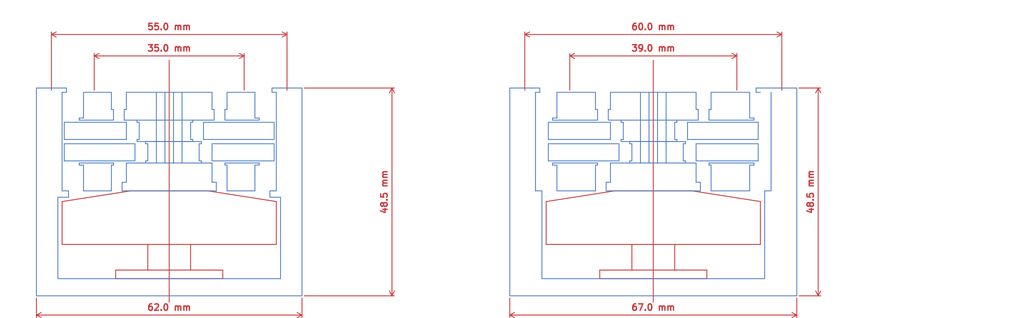
<source format=kicad_pcb>
(kicad_pcb
	(version 20241229)
	(generator "pcbnew")
	(generator_version "9.0")
	(general
		(thickness 1.6)
		(legacy_teardrops no)
	)
	(paper "A4")
	(layers
		(0 "F.Cu" signal)
		(2 "B.Cu" signal)
		(9 "F.Adhes" user "F.Adhesive")
		(11 "B.Adhes" user "B.Adhesive")
		(13 "F.Paste" user)
		(15 "B.Paste" user)
		(5 "F.SilkS" user "F.Silkscreen")
		(7 "B.SilkS" user "B.Silkscreen")
		(1 "F.Mask" user)
		(3 "B.Mask" user)
		(17 "Dwgs.User" user "User.Drawings")
		(19 "Cmts.User" user "User.Comments")
		(21 "Eco1.User" user "User.Eco1")
		(23 "Eco2.User" user "User.Eco2")
		(25 "Edge.Cuts" user)
		(27 "Margin" user)
		(31 "F.CrtYd" user "F.Courtyard")
		(29 "B.CrtYd" user "B.Courtyard")
		(35 "F.Fab" user)
		(33 "B.Fab" user)
		(39 "User.1" user)
		(41 "User.2" user)
		(43 "User.3" user)
		(45 "User.4" user)
		(47 "User.5" user)
		(49 "User.6" user)
		(51 "User.7" user)
		(53 "User.8" user)
		(55 "User.9" user)
	)
	(setup
		(pad_to_mask_clearance 0)
		(allow_soldermask_bridges_in_footprints no)
		(tenting front back)
		(pcbplotparams
			(layerselection 0x00000000_00000000_55555555_5755f5ff)
			(plot_on_all_layers_selection 0x00000000_00000000_00000000_00000000)
			(disableapertmacros no)
			(usegerberextensions no)
			(usegerberattributes yes)
			(usegerberadvancedattributes yes)
			(creategerberjobfile yes)
			(dashed_line_dash_ratio 12.000000)
			(dashed_line_gap_ratio 3.000000)
			(svgprecision 4)
			(plotframeref no)
			(mode 1)
			(useauxorigin no)
			(hpglpennumber 1)
			(hpglpenspeed 20)
			(hpglpendiameter 15.000000)
			(pdf_front_fp_property_popups yes)
			(pdf_back_fp_property_popups yes)
			(pdf_metadata yes)
			(pdf_single_document no)
			(dxfpolygonmode yes)
			(dxfimperialunits yes)
			(dxfusepcbnewfont yes)
			(psnegative no)
			(psa4output no)
			(plot_black_and_white yes)
			(sketchpadsonfab no)
			(plotpadnumbers no)
			(hidednponfab no)
			(sketchdnponfab yes)
			(crossoutdnponfab yes)
			(subtractmaskfromsilk no)
			(outputformat 1)
			(mirror no)
			(drillshape 1)
			(scaleselection 1)
			(outputdirectory "")
		)
	)
	(net 0 "")
	(gr_line
		(start 85 93.5)
		(end 85 83.5)
		(stroke
			(width 0.2)
			(type default)
		)
		(layer "F.Cu")
		(uuid "010bc530-a31f-4cc3-9450-0033a5c953cc")
	)
	(gr_line
		(start 55 99.5)
		(end 55 93.5)
		(stroke
			(width 0.2)
			(type default)
		)
		(layer "F.Cu")
		(uuid "0a3d124e-49e4-46c8-9761-b2348d77ac31")
	)
	(gr_line
		(start 51 81)
		(end 69 81)
		(stroke
			(width 0.2)
			(type default)
		)
		(layer "F.Cu")
		(uuid "0b9c20b9-88f0-40c7-8f56-8f26bac90f37")
	)
	(gr_line
		(start 69 81)
		(end 85 83.5)
		(stroke
			(width 0.2)
			(type default)
		)
		(layer "F.Cu")
		(uuid "0ff0cfbe-19e3-46c2-acba-74ce21712725")
	)
	(gr_line
		(start 35 93.5)
		(end 85 93.5)
		(stroke
			(width 0.2)
			(type default)
		)
		(layer "F.Cu")
		(uuid "18c5151f-7ab4-4ebc-9a9f-52acdf7e6b01")
	)
	(gr_line
		(start 65 93.5)
		(end 65 99.5)
		(stroke
			(width 0.2)
			(type default)
		)
		(layer "F.Cu")
		(uuid "36c8218a-40f8-4224-ad41-818941c8d714")
	)
	(gr_line
		(start 72.5 101.5)
		(end 72.5 99.5)
		(stroke
			(width 0.2)
			(type default)
		)
		(layer "F.Cu")
		(uuid "37b8811d-5d47-4a4c-bf23-b568e91bde47")
	)
	(gr_line
		(start 164 81)
		(end 148 83.5)
		(stroke
			(width 0.2)
			(type default)
		)
		(layer "F.Cu")
		(uuid "3cc9d501-9c7c-426b-a72b-fcf359f2e552")
	)
	(gr_line
		(start 198 93.5)
		(end 198 83.5)
		(stroke
			(width 0.2)
			(type default)
		)
		(layer "F.Cu")
		(uuid "4531f359-3b4d-41c9-9d2d-e14e9215d98b")
	)
	(gr_line
		(start 148 83.5)
		(end 148 93.5)
		(stroke
			(width 0.2)
			(type default)
		)
		(layer "F.Cu")
		(uuid "4a0d3ff1-9789-400b-9296-9d6e33acf625")
	)
	(gr_line
		(start 35 83.5)
		(end 35 93.5)
		(stroke
			(width 0.2)
			(type default)
		)
		(layer "F.Cu")
		(uuid "545bcf4c-f1c8-441e-9a7c-c52fdd3f4142")
	)
	(gr_line
		(start 72.5 99.5)
		(end 47.5 99.5)
		(stroke
			(width 0.2)
			(type default)
		)
		(layer "F.Cu")
		(uuid "56a7cbd2-f56e-4679-add3-ed9f30303467")
	)
	(gr_line
		(start 173 107)
		(end 173 50.5)
		(stroke
			(width 0.2)
			(type default)
		)
		(layer "F.Cu")
		(uuid "6ff53784-db60-46da-972a-20b5ee5ee176")
	)
	(gr_line
		(start 148 93.5)
		(end 198 93.5)
		(stroke
			(width 0.2)
			(type default)
		)
		(layer "F.Cu")
		(uuid "7790890f-02ca-4898-b581-8fc69256a74a")
	)
	(gr_line
		(start 60 107)
		(end 60 50.5)
		(stroke
			(width 0.2)
			(type default)
		)
		(layer "F.Cu")
		(uuid "78205f77-6445-42bf-bb1e-1398381c0ece")
	)
	(gr_line
		(start 51 81)
		(end 35 83.5)
		(stroke
			(width 0.2)
			(type default)
		)
		(layer "F.Cu")
		(uuid "86bbde5b-aa04-4e11-97a2-67d677a5a296")
	)
	(gr_line
		(start 178 93.5)
		(end 178 99.5)
		(stroke
			(width 0.2)
			(type default)
		)
		(layer "F.Cu")
		(uuid "c458fa36-215c-42ce-bd21-5724f1a037ad")
	)
	(gr_line
		(start 47.5 101.5)
		(end 47.5 99.5)
		(stroke
			(width 0.2)
			(type default)
		)
		(layer "F.Cu")
		(uuid "c6c00116-af18-4476-9fb1-2fb636b83de1")
	)
	(gr_line
		(start 185.5 101.5)
		(end 185.5 99.5)
		(stroke
			(width 0.2)
			(type default)
		)
		(layer "F.Cu")
		(uuid "c74fc26a-839f-4f8c-a065-bb38b2e54013")
	)
	(gr_line
		(start 185.5 101.5)
		(end 160.5 101.5)
		(stroke
			(width 0.2)
			(type default)
		)
		(layer "F.Cu")
		(uuid "caacba8a-e409-4d98-8567-c773ca3956f1")
	)
	(gr_line
		(start 185.5 99.5)
		(end 160.5 99.5)
		(stroke
			(width 0.2)
			(type default)
		)
		(layer "F.Cu")
		(uuid "d4a904ae-14d5-41d3-8c2f-864ac6727a87")
	)
	(gr_line
		(start 168 99.5)
		(end 168 93.5)
		(stroke
			(width 0.2)
			(type default)
		)
		(layer "F.Cu")
		(uuid "e39b5f95-796a-4020-b3e7-2d179090c826")
	)
	(gr_line
		(start 72.5 101.5)
		(end 47.5 101.5)
		(stroke
			(width 0.2)
			(type default)
		)
		(layer "F.Cu")
		(uuid "f31cbf33-bca5-4214-9229-4027d101beaa")
	)
	(gr_line
		(start 164 81)
		(end 182 81)
		(stroke
			(width 0.2)
			(type default)
		)
		(layer "F.Cu")
		(uuid "f89f2eb8-301e-46c5-a626-6cff0eb808b5")
	)
	(gr_line
		(start 160.5 101.5)
		(end 160.5 99.5)
		(stroke
			(width 0.2)
			(type default)
		)
		(layer "F.Cu")
		(uuid "f9e04641-e13d-4ef0-95ab-302826cc323c")
	)
	(gr_line
		(start 182 81)
		(end 198 83.5)
		(stroke
			(width 0.2)
			(type default)
		)
		(layer "F.Cu")
		(uuid "fbfab0c1-e05f-4a7c-bb7a-abc7cfc3fdcf")
	)
	(gr_line
		(start 59 74.5)
		(end 59 58)
		(stroke
			(width 0.2)
			(type default)
		)
		(layer "B.Cu")
		(uuid "00ec5ded-87d0-4cde-b0f1-746ce6aabcc8")
	)
	(gr_line
		(start 52.5 69.5)
		(end 65.5 69.5)
		(stroke
			(width 0.2)
			(type default)
		)
		(layer "B.Cu")
		(uuid "0107fb96-455e-4c24-9fb3-5de6da8c6a6f")
	)
	(gr_line
		(start 73.5 62)
		(end 73.5 58)
		(stroke
			(width 0.2)
			(type default)
		)
		(layer "B.Cu")
		(uuid "01c5727e-3110-425c-9e6f-5e3f5e02e11d")
	)
	(gr_line
		(start 170 74.5)
		(end 170 58)
		(stroke
			(width 0.2)
			(type default)
		)
		(layer "B.Cu")
		(uuid "026e66bb-439c-4fce-944f-b960aa23c0d7")
	)
	(gr_line
		(start 46.5 75)
		(end 46.5 81)
		(stroke
			(width 0.2)
			(type default)
		)
		(layer "B.Cu")
		(uuid "032f3f52-a1bc-4c11-ae19-702e2603bbd3")
	)
	(gr_line
		(start 206.5 105.5)
		(end 139.5 105.5)
		(stroke
			(width 0.2)
			(type default)
		)
		(layer "B.Cu")
		(uuid "047ac6fb-2ae7-4f64-bd66-7cc1af3a0806")
	)
	(gr_line
		(start 91 105.5)
		(end 29 105.5)
		(stroke
			(width 0.2)
			(type default)
		)
		(layer "B.Cu")
		(uuid "04a4a7d8-dc10-4884-a936-c6ab8aaa2d68")
	)
	(gr_line
		(start 63 74.5)
		(end 63 58)
		(stroke
			(width 0.2)
			(type default)
		)
		(layer "B.Cu")
		(uuid "050b910b-7fc4-4508-a0ba-5f36e7cfb31a")
	)
	(gr_line
		(start 54.5 74.5)
		(end 54.5 74)
		(stroke
			(width 0.2)
			(type default)
		)
		(layer "B.Cu")
		(uuid "07449f26-e329-4c58-812b-3095d22f6a2d")
	)
	(gr_line
		(start 183 79)
		(end 183 74.5)
		(stroke
			(width 0.2)
			(type default)
		)
		(layer "B.Cu")
		(uuid "08d59466-af92-4bed-a71d-e9f2e3f1dc3f")
	)
	(gr_line
		(start 186 75)
		(end 186 74.5)
		(stroke
			(width 0.2)
			(type default)
		)
		(layer "B.Cu")
		(uuid "09ce0993-9e75-49d2-8413-da8b009039d8")
	)
	(gr_line
		(start 160 74.5)
		(end 160 75)
		(stroke
			(width 0.2)
			(type default)
		)
		(layer "B.Cu")
		(uuid "0bffc889-0a0f-4635-ae19-907f99344502")
	)
	(gr_line
		(start 145.5 81)
		(end 147 81)
		(stroke
			(width 0.2)
			(type default)
		)
		(layer "B.Cu")
		(uuid "0d095f51-dea8-4387-897b-ae48e271a9b2")
	)
	(gr_line
		(start 160 62)
		(end 160 64.5)
		(stroke
			(width 0.2)
			(type default)
		)
		(layer "B.Cu")
		(uuid "0f715030-a9ea-40d2-8131-04ff50787ba6")
	)
	(gr_line
		(start 197 58)
		(end 197 57)
		(stroke
			(width 0.2)
			(type default)
		)
		(layer "B.Cu")
		(uuid "12e1d84d-dd46-44d8-aac0-42465c144a36")
	)
	(gr_line
		(start 65.5 69.5)
		(end 65.5 69)
		(stroke
			(width 0.2)
			(type default)
		)
		(layer "B.Cu")
		(uuid "1305b5c4-d1a3-4f3c-9959-1d72f8f36dba")
	)
	(gr_line
		(start 166 69)
		(end 165.5 69)
		(stroke
			(width 0.2)
			(type default)
		)
		(layer "B.Cu")
		(uuid "13ce3ba8-c812-4679-8e48-2a6703145f9d")
	)
	(gr_line
		(start 65 65)
		(end 65.5 65)
		(stroke
			(width 0.2)
			(type default)
		)
		(layer "B.Cu")
		(uuid "15309505-3729-46a1-86b1-7e0e0c02ff92")
	)
	(gr_line
		(start 165 70)
		(end 148.5 70)
		(stroke
			(width 0.2)
			(type default)
		)
		(layer "B.Cu")
		(uuid "15379d3d-a114-45e4-9d44-2f493dda7d53")
	)
	(gr_line
		(start 165.5 65)
		(end 166 65)
		(stroke
			(width 0.2)
			(type default)
		)
		(layer "B.Cu")
		(uuid "156a537c-1b22-4828-b33d-36c5d33d3fa2")
	)
	(gr_line
		(start 167.5 74.5)
		(end 167.5 74)
		(stroke
			(width 0.2)
			(type default)
		)
		(layer "B.Cu")
		(uuid "15cb8a78-ab17-487d-9c8e-c6bb9b76b2af")
	)
	(gr_line
		(start 84 58)
		(end 84 57)
		(stroke
			(width 0.2)
			(type default)
		)
		(layer "B.Cu")
		(uuid "168b570d-4f8d-45de-80bc-d7af7da87b7f")
	)
	(gr_line
		(start 196.5 64)
		(end 196.5 64.5)
		(stroke
			(width 0.2)
			(type default)
		)
		(layer "B.Cu")
		(uuid "1733afcc-ec31-440c-aabc-d0617cc69753")
	)
	(gr_line
		(start 180 70)
		(end 180 74)
		(stroke
			(width 0.2)
			(type default)
		)
		(layer "B.Cu")
		(uuid "17b05daa-1460-4cdc-95f4-1ac52705029d")
	)
	(gr_line
		(start 71 79)
		(end 70 79)
		(stroke
			(width 0.2)
			(type default)
		)
		(layer "B.Cu")
		(uuid "18076201-ec9c-4141-8622-06b359c1cdb2")
	)
	(gr_line
		(start 52 70)
		(end 35.5 70)
		(stroke
			(width 0.2)
			(type default)
		)
		(layer "B.Cu")
		(uuid "185bb59d-42b2-46ff-b7db-ea6706ec8f29")
	)
	(gr_line
		(start 162.5 62)
		(end 163 62)
		(stroke
			(width 0.2)
			(type default)
		)
		(layer "B.Cu")
		(uuid "1868faf2-ad14-45da-92d5-7014cf6e0444")
	)
	(gr_line
		(start 160 64.5)
		(end 149.5 64.5)
		(stroke
			(width 0.2)
			(type default)
		)
		(layer "B.Cu")
		(uuid "19374e51-2fff-47e6-a9ff-7dbdcc86aea4")
	)
	(gr_line
		(start 85 81)
		(end 85 73.5)
		(stroke
			(width 0.2)
			(type default)
		)
		(layer "B.Cu")
		(uuid "1a8e7ab0-72ed-4f56-b08a-bf32322da2fd")
	)
	(gr_line
		(start 67.5 74)
		(end 67.5 74.5)
		(stroke
			(width 0.2)
			(type default)
		)
		(layer "B.Cu")
		(uuid "1ad14374-61d7-4a5a-8d1f-757b2d7b6f46")
	)
	(gr_line
		(start 163 65)
		(end 148.5 65)
		(stroke
			(width 0.2)
			(type default)
		)
		(layer "B.Cu")
		(uuid "1aeb1ae7-444e-425a-9e20-9632ecabf0e0")
	)
	(gr_line
		(start 181 69)
		(end 181 65)
		(stroke
			(width 0.2)
			(type default)
		)
		(layer "B.Cu")
		(uuid "1af52900-0a28-494e-a228-f1c27a464b6d")
	)
	(gr_line
		(start 172 74.5)
		(end 172 58)
		(stroke
			(width 0.2)
			(type default)
		)
		(layer "B.Cu")
		(uuid "1c75f71c-3d32-4615-a958-f408cef7061a")
	)
	(gr_line
		(start 165.5 64.5)
		(end 162.5 64.5)
		(stroke
			(width 0.2)
			(type default)
		)
		(layer "B.Cu")
		(uuid "1d3d2d7c-7ba7-415c-8dba-e721d0ebcfe5")
	)
	(gr_line
		(start 165.5 69)
		(end 165.5 69.5)
		(stroke
			(width 0.2)
			(type default)
		)
		(layer "B.Cu")
		(uuid "1dea685c-6ad9-4c27-a57a-74c211e4de2b")
	)
	(gr_line
		(start 162 79)
		(end 162 81)
		(stroke
			(width 0.2)
			(type default)
		)
		(layer "B.Cu")
		(uuid "1f0fe868-832f-4e5e-baa3-7b3cfd9fe894")
	)
	(gr_line
		(start 46.5 58)
		(end 46.5 62)
		(stroke
			(width 0.2)
			(type default)
		)
		(layer "B.Cu")
		(uuid "21e07119-c930-4930-a046-9d77ad270898")
	)
	(gr_line
		(start 70 62)
		(end 70.5 62)
		(stroke
			(width 0.2)
			(type default)
		)
		(layer "B.Cu")
		(uuid "223e1fb7-952e-44d2-afa5-e12aeadf52a1")
	)
	(gr_line
		(start 39 75)
		(end 39 74.5)
		(stroke
			(width 0.2)
			(type default)
		)
		(layer "B.Cu")
		(uuid "22a390fc-ce1a-4eaf-9040-3e82caafb830")
	)
	(gr_line
		(start 35.5 69)
		(end 50 69)
		(stroke
			(width 0.2)
			(type default)
		)
		(layer "B.Cu")
		(uuid "28c7d462-b26d-4c0a-8859-f8e2b550ddfd")
	)
	(gr_line
		(start 150.5 58)
		(end 159.5 58)
		(stroke
			(width 0.2)
			(type default)
		)
		(layer "B.Cu")
		(uuid "2995fc1b-c0aa-472b-972a-399131174f8e")
	)
	(gr_line
		(start 198 58)
		(end 197 58)
		(stroke
			(width 0.2)
			(type default)
		)
		(layer "B.Cu")
		(uuid "29ed4694-ec08-4896-8243-f76a043afd95")
	)
	(gr_line
		(start 84.5 69)
		(end 68 69)
		(stroke
			(width 0.2)
			(type default)
		)
		(layer "B.Cu")
		(uuid "2c2477c9-26ab-458b-845f-09c15f567831")
	)
	(gr_line
		(start 65 69)
		(end 65 65)
		(stroke
			(width 0.2)
			(type default)
		)
		(layer "B.Cu")
		(uuid "2c82af10-a67b-40f0-b86b-e4ccc8b6fea3")
	)
	(gr_line
		(start 196.5 75)
		(end 195.5 75)
		(stroke
			(width 0.2)
			(type default)
		)
		(layer "B.Cu")
		(uuid "2dee1783-dc13-4411-815e-f99a5ba7c252")
	)
	(gr_line
		(start 186.5 75)
		(end 186 75)
		(stroke
			(width 0.2)
			(type default)
		)
		(layer "B.Cu")
		(uuid "2e43f4f7-fde0-40c3-abdd-99d85ff91541")
	)
	(gr_line
		(start 67.5 69.5)
		(end 67.5 70)
		(stroke
			(width 0.2)
			(type default)
		)
		(layer "B.Cu")
		(uuid "2f339b1b-2165-4525-95e5-56b3c86a9954")
	)
	(gr_line
		(start 50 62)
		(end 50 58)
		(stroke
			(width 0.2)
			(type default)
		)
		(layer "B.Cu")
		(uuid "2f38e0b9-d19c-4663-8749-a5c057d6aa85")
	)
	(gr_line
		(start 70 74.5)
		(end 50 74.5)
		(stroke
			(width 0.2)
			(type default)
		)
		(layer "B.Cu")
		(uuid "31fbe6b7-f727-4cbe-b518-bf790354a3dd")
	)
	(gr_line
		(start 166 65)
		(end 166 69)
		(stroke
			(width 0.2)
			(type default)
		)
		(layer "B.Cu")
		(uuid "34fd1345-ffbe-4c11-a1fb-1f434a315623")
	)
	(gr_line
		(start 80 58)
		(end 80 64)
		(stroke
			(width 0.2)
			(type default)
		)
		(layer "B.Cu")
		(uuid "35390e0a-cf76-4f0f-b86c-aab2de2264ae")
	)
	(gr_line
		(start 53 65)
		(end 53 69)
		(stroke
			(width 0.2)
			(type default)
		)
		(layer "B.Cu")
		(uuid "363e9d30-f928-48ab-a5ae-c6d17cc8d040")
	)
	(gr_line
		(start 186 64.5)
		(end 186 62)
		(stroke
			(width 0.2)
			(type default)
		)
		(layer "B.Cu")
		(uuid "38943ebd-7db7-479b-ab6d-03674b496d5a")
	)
	(gr_line
		(start 165 74)
		(end 165 70)
		(stroke
			(width 0.2)
			(type default)
		)
		(layer "B.Cu")
		(uuid "3ae87da7-256b-4ab3-bce2-23a88e107cbc")
	)
	(gr_line
		(start 159.5 81)
		(end 150.5 81)
		(stroke
			(width 0.2)
			(type default)
		)
		(layer "B.Cu")
		(uuid "3b067858-7f15-4a75-be20-15db45f8607f")
	)
	(gr_line
		(start 197.5 74)
		(end 183 74)
		(stroke
			(width 0.2)
			(type default)
		)
		(layer "B.Cu")
		(uuid "3b96cf04-7dd7-417a-8e96-7da563d91e7d")
	)
	(gr_line
		(start 85 73.5)
		(end 85 58)
		(stroke
			(width 0.2)
			(type default)
		)
		(layer "B.Cu")
		(uuid "3d520bb6-076b-4f4c-89e2-78d1dbaf9625")
	)
	(gr_line
		(start 149.5 75)
		(end 149.5 74.5)
		(stroke
			(width 0.2)
			(type default)
		)
		(layer "B.Cu")
		(uuid "3d71e39a-a2ce-4f40-b02b-261dc52b881f")
	)
	(gr_line
		(start 178 69)
		(end 178 65)
		(stroke
			(width 0.2)
			(type default)
		)
		(layer "B.Cu")
		(uuid "3dc5e9df-df60-48b2-b835-2d09ba954d42")
	)
	(gr_line
		(start 183 62)
		(end 183.5 62)
		(stroke
			(width 0.2)
			(type default)
		)
		(layer "B.Cu")
		(uuid "3e6491aa-421c-4efd-9e9e-cacaa836ec8d")
	)
	(gr_line
		(start 196.5 74.5)
		(end 196.5 75)
		(stroke
			(width 0.2)
			(type default)
		)
		(layer "B.Cu")
		(uuid "3fff5dac-13a2-4373-94ce-b577c15c8714")
	)
	(gr_line
		(start 35.5 74)
		(end 52 74)
		(stroke
			(width 0.2)
			(type default)
		)
		(layer "B.Cu")
		(uuid "4074ef37-19ec-4688-b165-a334baf669e5")
	)
	(gr_line
		(start 163 74.5)
		(end 163 79)
		(stroke
			(width 0.2)
			(type default)
		)
		(layer "B.Cu")
		(uuid "43add7fc-df02-4b80-800d-f4759f60ff46")
	)
	(gr_line
		(start 50 74.5)
		(end 50 79)
		(stroke
			(width 0.2)
			(type default)
		)
		(layer "B.Cu")
		(uuid "43dc583f-e409-41c8-ba98-fc10f7d629ec")
	)
	(gr_line
		(start 148.5 65)
		(end 148.5 69)
		(stroke
			(width 0.2)
			(type default)
		)
		(layer "B.Cu")
		(uuid "443d88bc-41d4-4c56-a541-5afd3c8f2f3c")
	)
	(gr_line
		(start 35 58)
		(end 36 58)
		(stroke
			(width 0.2)
			(type default)
		)
		(layer "B.Cu")
		(uuid "4552f07f-00a8-42be-998e-3a13d9dee5e3")
	)
	(gr_line
		(start 71 81)
		(end 71 79)
		(stroke
			(width 0.2)
			(type default)
		)
		(layer "B.Cu")
		(uuid "48a5c91b-76ad-40ef-af15-5670eeecff6e")
	)
	(gr_line
		(start 35 58)
		(end 35 81)
		(stroke
			(width 0.2)
			(type default)
		)
		(layer "B.Cu")
		(uuid "4926cfa1-7d59-4306-8468-2a9faa181d44")
	)
	(gr_line
		(start 183.5 64.5)
		(end 178.5 64.5)
		(stroke
			(width 0.2)
			(type default)
		)
		(layer "B.Cu")
		(uuid "4a32c1b4-6c60-4e34-85d5-8e0b35da0874")
	)
	(gr_line
		(start 186 74.5)
		(end 196.5 74.5)
		(stroke
			(width 0.2)
			(type default)
		)
		(layer "B.Cu")
		(uuid "4a4b749e-c187-4230-9baf-b127367ca558")
	)
	(gr_line
		(start 73.5 75)
		(end 73 75)
		(stroke
			(width 0.2)
			(type default)
		)
		(layer "B.Cu")
		(uuid "4a542d14-7de3-4634-a0c0-177819b60ccb")
	)
	(gr_line
		(start 163 58)
		(end 183 58)
		(stroke
			(width 0.2)
			(type default)
		)
		(layer "B.Cu")
		(uuid "4b8cd59f-7e2f-40a7-ab8a-9a513f86e3e0")
	)
	(gr_line
		(start 65.5 64.5)
		(end 52.5 64.5)
		(stroke
			(width 0.2)
			(type default)
		)
		(layer "B.Cu")
		(uuid "4c057f57-4c06-4498-a4c5-37445c12e352")
	)
	(gr_line
		(start 80 75)
		(end 80 81)
		(stroke
			(width 0.2)
			(type default)
		)
		(layer "B.Cu")
		(uuid "4c20f6bc-c075-42d5-8a0c-7d3852fa7da2")
	)
	(gr_line
		(start 36 57)
		(end 29 57)
		(stroke
			(width 0.2)
			(type default)
		)
		(layer "B.Cu")
		(uuid "4e6a33f0-8acf-4e4d-b390-9ed13d553720")
	)
	(gr_line
		(start 84.5 74)
		(end 70 74)
		(stroke
			(width 0.2)
			(type default)
		)
		(layer "B.Cu")
		(uuid "4e8451d6-ae29-47fb-813e-a89e28ea7c65")
	)
	(gr_line
		(start 148.5 69)
		(end 163 69)
		(stroke
			(width 0.2)
			(type default)
		)
		(layer "B.Cu")
		(uuid "52b070c0-0fdc-4182-a422-8536cd893b1f")
	)
	(gr_line
		(start 49.5 64.5)
		(end 49.5 62)
		(stroke
			(width 0.2)
			(type default)
		)
		(layer "B.Cu")
		(uuid "53be5f00-7ac6-4321-86fa-d9e2b10e0ff3")
	)
	(gr_line
		(start 67 70)
		(end 67 74)
		(stroke
			(width 0.2)
			(type default)
		)
		(layer "B.Cu")
		(uuid "53c76eac-d1b4-4cc4-a8e3-34ce935258f7")
	)
	(gr_line
		(start 184 81)
		(end 184 79)
		(stroke
			(width 0.2)
			(type default)
		)
		(layer "B.Cu")
		(uuid "53f65401-117c-4ff8-b4f5-88d94e872e5d")
	)
	(gr_line
		(start 180 74)
		(end 180.5 74)
		(stroke
			(width 0.2)
			(type default)
		)
		(layer "B.Cu")
		(uuid "543419ea-a8f3-462f-ad03-422a44979de6")
	)
	(gr_line
		(start 70 70)
		(end 84.5 70)
		(stroke
			(width 0.2)
			(type default)
		)
		(layer "B.Cu")
		(uuid "546bb0e8-e93a-45c5-a211-ace63f4f73c6")
	)
	(gr_line
		(start 178.5 64.5)
		(end 165.5 64.5)
		(stroke
			(width 0.2)
			(type default)
		)
		(layer "B.Cu")
		(uuid "54b58045-ed00-4181-853f-ff115bc86ef1")
	)
	(gr_line
		(start 40 81)
		(end 40 75)
		(stroke
			(width 0.2)
			(type default)
		)
		(layer "B.Cu")
		(uuid "54e30456-3fab-416c-8288-be313435199f")
	)
	(gr_line
		(start 52.5 65)
		(end 53 65)
		(stroke
			(width 0.2)
			(type default)
		)
		(layer "B.Cu")
		(uuid "5558d9fb-d44b-4225-a7b3-10f824978a80")
	)
	(gr_line
		(start 160 75)
		(end 159.5 75)
		(stroke
			(width 0.2)
			(type default)
		)
		(layer "B.Cu")
		(uuid "58abe969-b8df-4f0e-b727-fd99fa2af5bd")
	)
	(gr_line
		(start 54.5 74)
		(end 55 74)
		(stroke
			(width 0.2)
			(type default)
		)
		(layer "B.Cu")
		(uuid "5b897743-7ab9-46b2-853f-04c9c73a3598")
	)
	(gr_line
		(start 165.5 69.5)
		(end 178.5 69.5)
		(stroke
			(width 0.2)
			(type default)
		)
		(layer "B.Cu")
		(uuid "5d21831b-533c-46fc-8f19-a7f1e2373ed7")
	)
	(gr_line
		(start 55 70)
		(end 54.5 70)
		(stroke
			(width 0.2)
			(type default)
		)
		(layer "B.Cu")
		(uuid "5da26498-9ea2-464e-8841-990a08820492")
	)
	(gr_line
		(start 206.5 57)
		(end 206.5 105.5)
		(stroke
			(width 0.2)
			(type default)
		)
		(layer "B.Cu")
		(uuid "617bc77e-cfed-490a-bb20-ac306b04454c")
	)
	(gr_line
		(start 52.5 69)
		(end 52.5 69.5)
		(stroke
			(width 0.2)
			(type default)
		)
		(layer "B.Cu")
		(uuid "6187e423-87a3-4b82-9f6d-1e1cd402754d")
	)
	(gr_line
		(start 61 74.5)
		(end 61 58)
		(stroke
			(width 0.2)
			(type default)
		)
		(layer "B.Cu")
		(uuid "6195b4ef-b1fb-44ef-9271-33cc3d0ddf37")
	)
	(gr_line
		(start 80 81)
		(end 73.5 81)
		(stroke
			(width 0.2)
			(type default)
		)
		(layer "B.Cu")
		(uuid "62a198ed-d8dd-4302-8f49-938c7a8a0373")
	)
	(gr_line
		(start 52 74)
		(end 52 70)
		(stroke
			(width 0.2)
			(type default)
		)
		(layer "B.Cu")
		(uuid "63d9e2f0-e0c6-4f88-86aa-02c172f76498")
	)
	(gr_line
		(start 86 101.5)
		(end 86 82.5)
		(stroke
			(width 0.2)
			(type default)
		)
		(layer "B.Cu")
		(uuid "65326cb8-41e7-435a-a20f-7aacfeb93f7a")
	)
	(gr_line
		(start 183 70)
		(end 197.5 70)
		(stroke
			(width 0.2)
			(type default)
		)
		(layer "B.Cu")
		(uuid "6637437e-f8e5-402c-9120-6f66988f5720")
	)
	(gr_line
		(start 180.5 69.5)
		(end 180.5 70)
		(stroke
			(width 0.2)
			(type default)
		)
		(layer "B.Cu")
		(uuid "685a9e2d-059d-4e96-94ae-aff743ab49d5")
	)
	(gr_line
		(start 73.5 58)
		(end 80 58)
		(stroke
			(width 0.2)
			(type default)
		)
		(layer "B.Cu")
		(uuid "68fa3881-206a-4637-a20a-4cf77fd12c97")
	)
	(gr_line
		(start 84 57)
		(end 91 57)
		(stroke
			(width 0.2)
			(type default)
		)
		(layer "B.Cu")
		(uuid "690b786e-b172-4f87-a319-b225af2369bb")
	)
	(gr_line
		(start 196.5 64.5)
		(end 186 64.5)
		(stroke
			(width 0.2)
			(type default)
		)
		(layer "B.Cu")
		(uuid "6a21d071-986d-42b0-98c1-716c3b48f1a3")
	)
	(gr_line
		(start 73.5 81)
		(end 73.5 75)
		(stroke
			(width 0.2)
			(type default)
		)
		(layer "B.Cu")
		(uuid "6ab2baaf-9bee-42bd-a94c-8c333c46619b")
	)
	(gr_line
		(start 81 74.5)
		(end 81 75)
		(stroke
			(width 0.2)
			(type default)
		)
		(layer "B.Cu")
		(uuid "6b576a71-86e6-4fd4-9f8a-ee27e718c270")
	)
	(gr_line
		(start 46.5 62)
		(end 47 62)
		(stroke
			(width 0.2)
			(type default)
		)
		(layer "B.Cu")
		(uuid "6cffde67-6004-4dc1-a126-15d66d882fa6")
	)
	(gr_line
		(start 83.5 82.5)
		(end 86 82.5)
		(stroke
			(width 0.2)
			(type default)
		)
		(layer "B.Cu")
		(uuid "6d9fb005-ba39-4461-a23d-49d8d9c9c032")
	)
	(gr_line
		(start 36.5 82.5)
		(end 36.5 81)
		(stroke
			(width 0.2)
			(type default)
		)
		(layer "B.Cu")
		(uuid "6e29a35e-bd10-489d-ae35-c918ef175f7d")
	)
	(gr_line
		(start 40 58)
		(end 46.5 58)
		(stroke
			(width 0.2)
			(type default)
		)
		(layer "B.Cu")
		(uuid "6eac45f8-95d7-4839-9fc9-4e0e9fa9a10e")
	)
	(gr_line
		(start 184 79)
		(end 183 79)
		(stroke
			(width 0.2)
			(type default)
		)
		(layer "B.Cu")
		(uuid "6fab363e-1612-471f-b87d-1ec3796d6755")
	)
	(gr_line
		(start 54.5 69.5)
		(end 67.5 69.5)
		(stroke
			(width 0.2)
			(type default)
		)
		(layer "B.Cu")
		(uuid "75150f5e-6f68-42fa-a32c-bb62a41cd908")
	)
	(gr_line
		(start 52.5 64.5)
		(end 52.5 65)
		(stroke
			(width 0.2)
			(type default)
		)
		(layer "B.Cu")
		(uuid "7552e2cf-9e19-423f-9088-903b958c0305")
	)
	(gr_line
		(start 150.5 64)
		(end 150.5 58)
		(stroke
			(width 0.2)
			(type default)
		)
		(layer "B.Cu")
		(uuid "766df233-a1c6-40d2-b6e0-45ea0464169c")
	)
	(gr_line
		(start 180.5 74)
		(end 180.5 74.5)
		(stroke
			(width 0.2)
			(type default)
		)
		(layer "B.Cu")
		(uuid "77354630-6b4d-47cc-b63b-5a0a56964363")
	)
	(gr_line
		(start 195.5 58)
		(end 195.5 64)
		(stroke
			(width 0.2)
			(type default)
		)
		(layer "B.Cu")
		(uuid "789199e1-21a6-4db3-b228-76ec9a4c59b2")
	)
	(gr_line
		(start 197.5 69)
		(end 181 69)
		(stroke
			(width 0.2)
			(type default)
		)
		(layer "B.Cu")
		(uuid "7bc5789d-ef44-4865-8ee6-47b30dafea95")
	)
	(gr_line
		(start 197.5 70)
		(end 197.5 74)
		(stroke
			(width 0.2)
			(type default)
		)
		(layer "B.Cu")
		(uuid "7d458ede-64eb-410d-a367-7aa34280c431")
	)
	(gr_line
		(start 186.5 58)
		(end 195.5 58)
		(stroke
			(width 0.2)
			(type default)
		)
		(layer "B.Cu")
		(uuid "7f0852ea-31c0-4d5d-b05a-28ce771e91da")
	)
	(gr_line
		(start 83.5 81)
		(end 83.5 82.5)
		(stroke
			(width 0.2)
			(type default)
		)
		(layer "B.Cu")
		(uuid "80aa9774-a6b8-4954-b4d5-dfc1f4601e2d")
	)
	(gr_line
		(start 53 69)
		(end 52.5 69)
		(stroke
			(width 0.2)
			(type default)
		)
		(layer "B.Cu")
		(uuid "81b9ed5e-b623-43d1-9954-7247a10e2e6b")
	)
	(gr_line
		(start 181 65)
		(end 197.5 65)
		(stroke
			(width 0.2)
			(type default)
		)
		(layer "B.Cu")
		(uuid "8252c819-57a9-4982-bc97-b7be50f8c9dc")
	)
	(gr_line
		(start 84.5 70)
		(end 84.5 74)
		(stroke
			(width 0.2)
			(type default)
		)
		(layer "B.Cu")
		(uuid "826a0d0c-f036-46d6-8921-16bc4c224989")
	)
	(gr_line
		(start 80 64)
		(end 81 64)
		(stroke
			(width 0.2)
			(type default)
		)
		(layer "B.Cu")
		(uuid "84199a05-90e4-4852-adde-9662e56b79a5")
	)
	(gr_line
		(start 36.5 81)
		(end 35 81)
		(stroke
			(width 0.2)
			(type default)
		)
		(layer "B.Cu")
		(uuid "841afd4c-0804-42b3-9a26-550afdd587a8")
	)
	(gr_line
		(start 167.5 70)
		(end 167.5 69.5)
		(stroke
			(width 0.2)
			(type default)
		)
		(layer "B.Cu")
		(uuid "845fade4-4b48-4fa6-ad0a-01e4e74c9978")
	)
	(gr_line
		(start 176 74.5)
		(end 176 58)
		(stroke
			(width 0.2)
			(type default)
		)
		(layer "B.Cu")
		(uuid "84efdfad-36f9-4a91-9ccc-ba261ed88921")
	)
	(gr_line
		(start 195.5 81)
		(end 186.5 81)
		(stroke
			(width 0.2)
			(type default)
		)
		(layer "B.Cu")
		(uuid "85adf991-daa3-497c-a222-556ce1939d20")
	)
	(gr_line
		(start 81 75)
		(end 80 75)
		(stroke
			(width 0.2)
			(type default)
		)
		(layer "B.Cu")
		(uuid "864623be-af5c-4f45-863c-16785ea8b4a7")
	)
	(gr_line
		(start 70 58)
		(end 70 62)
		(stroke
			(width 0.2)
			(type default)
		)
		(layer "B.Cu")
		(uuid "86e50011-2572-4397-a3f8-08d5cbb7ffaf")
	)
	(gr_line
		(start 70 70)
		(end 70 74)
		(stroke
			(width 0.2)
			(type default)
		)
		(layer "B.Cu")
		(uuid "86fe34ec-a451-456a-950a-a1b91ab3aac9")
	)
	(gr_line
		(start 149.5 64)
		(end 150.5 64)
		(stroke
			(width 0.2)
			(type default)
		)
		(layer "B.Cu")
		(uuid "87482baf-f090-4572-8ae5-1abbedd85684")
	)
	(gr_line
		(start 35.5 70)
		(end 35.5 74)
		(stroke
			(width 0.2)
			(type default)
		)
		(layer "B.Cu")
		(uuid "878ac3fa-0714-4cc8-9762-811ea481b718")
	)
	(gr_line
		(start 183.5 62)
		(end 183.5 64.5)
		(stroke
			(width 0.2)
			(type default)
		)
		(layer "B.Cu")
		(uuid "87ad1d7c-8271-4480-9dae-f756aa57069d")
	)
	(gr_line
		(start 49.5 62)
		(end 50 62)
		(stroke
			(width 0.2)
			(type default)
		)
		(layer "B.Cu")
		(uuid "8e7791d3-0e91-4ba3-9161-06fae2277d55")
	)
	(gr_line
		(start 174 74.5)
		(end 174 58)
		(stroke
			(width 0.2)
			(type default)
		)
		(layer "B.Cu")
		(uuid "8f8256dd-7820-4378-b99c-97c7eba7ba1d")
	)
	(gr_line
		(start 50 79)
		(end 49 79)
		(stroke
			(width 0.2)
			(type default)
		)
		(layer "B.Cu")
		(uuid "90dd0573-424b-4925-b240-8ab93194f13b")
	)
	(gr_line
		(start 159.5 58)
		(end 159.5 62)
		(stroke
			(width 0.2)
			(type default)
		)
		(layer "B.Cu")
		(uuid "94efbd6a-7743-45f6-80c3-97194fc21aea")
	)
	(gr_line
		(start 34 82.5)
		(end 36.5 82.5)
		(stroke
			(width 0.2)
			(type default)
		)
		(layer "B.Cu")
		(uuid "973f1605-c460-4b02-8a8e-3014d8892536")
	)
	(gr_line
		(start 180.5 70)
		(end 180 70)
		(stroke
			(width 0.2)
			(type default)
		)
		(layer "B.Cu")
		(uuid "97dfee84-313c-4c5c-af11-077f7ed180b8")
	)
	(gr_line
		(start 139.5 57)
		(end 139.5 105.5)
		(stroke
			(width 0.2)
			(type default)
		)
		(layer "B.Cu")
		(uuid "9817fd20-356f-446c-bae0-a0bf6bc535c2")
	)
	(gr_line
		(start 34 82.5)
		(end 34 101.5)
		(stroke
			(width 0.2)
			(type default)
		)
		(layer "B.Cu")
		(uuid "98d0f39c-4977-44fb-9482-4cc6461be899")
	)
	(gr_line
		(start 40 64)
		(end 40 58)
		(stroke
			(width 0.2)
			(type default)
		)
		(layer "B.Cu")
		(uuid "9a1a9c4c-99d7-4100-a1de-2efda1318f8f")
	)
	(gr_line
		(start 73 64.5)
		(end 73 62)
		(stroke
			(width 0.2)
			(type default)
		)
		(layer "B.Cu")
		(uuid "9c23c5df-f9aa-4d92-a7a7-510717076758")
	)
	(gr_line
		(start 162.5 64.5)
		(end 162.5 62)
		(stroke
			(width 0.2)
			(type default)
		)
		(layer "B.Cu")
		(uuid "9cd770ed-f9b9-44d3-834b-37262de9676f")
	)
	(gr_line
		(start 50 65)
		(end 35.5 65)
		(stroke
			(width 0.2)
			(type default)
		)
		(layer "B.Cu")
		(uuid "9e455249-2c20-4197-86d2-d69dc88d79cd")
	)
	(gr_line
		(start 50 69)
		(end 50 65)
		(stroke
			(width 0.2)
			(type default)
		)
		(layer "B.Cu")
		(uuid "9ed70bea-8ea6-43db-8f53-2b20415773d4")
	)
	(gr_line
		(start 49 79)
		(end 49 81)
		(stroke
			(width 0.2)
			(type default)
		)
		(layer "B.Cu")
		(uuid "9f01b12a-228c-4ed7-ac35-23321a677405")
	)
	(gr_line
		(start 36 58)
		(end 36 57)
		(stroke
			(width 0.2)
			(type default)
		)
		(layer "B.Cu")
		(uuid "9f794ebb-4e61-4901-9332-a408afa3c169")
	)
	(gr_line
		(start 150.5 75)
		(end 149.5 75)
		(stroke
			(width 0.2)
			(type default)
		)
		(layer "B.Cu")
		(uuid "9fdcf4bf-d340-45b9-9865-661f2154ff7f")
	)
	(gr_line
		(start 85 58)
		(end 84 58)
		(stroke
			(width 0.2)
			(type default)
		)
		(layer "B.Cu")
		(uuid "a124eb74-e088-4658-b7ed-b123a3de0fd9")
	)
	(gr_line
		(start 39 74.5)
		(end 47 74.5)
		(stroke
			(width 0.2)
			(type default)
		)
		(layer "B.Cu")
		(uuid "a28d53e5-0c80-48b1-82bc-22c750207279")
	)
	(gr_line
		(start 147 101.5)
		(end 199 101.5)
		(stroke
			(width 0.2)
			(type default)
		)
		(layer "B.Cu")
		(uuid "a4ae5883-4237-413f-bfd2-2b5892d79b87")
	)
	(gr_line
		(start 167.5 74)
		(end 168 74)
		(stroke
			(width 0.2)
			(type default)
		)
		(layer "B.Cu")
		(uuid "a64bb8f9-5e79-4977-b132-2046fcda6303")
	)
	(gr_line
		(start 146.5 57)
		(end 139.5 57)
		(stroke
			(width 0.2)
			(type default)
		)
		(layer "B.Cu")
		(uuid "a727e7cf-ba7d-404c-84c5-d8160f2addf2")
	)
	(gr_line
		(start 159.5 75)
		(end 159.5 81)
		(stroke
			(width 0.2)
			(type default)
		)
		(layer "B.Cu")
		(uuid "a79d3765-d0b7-4f8c-a3c5-428e33ae3b91")
	)
	(gr_line
		(start 68 65)
		(end 84.5 65)
		(stroke
			(width 0.2)
			(type default)
		)
		(layer "B.Cu")
		(uuid "a8eb5850-3ac2-4386-90e4-8bf9dfe4e700")
	)
	(gr_line
		(start 68 69)
		(end 68 65)
		(stroke
			(width 0.2)
			(type default)
		)
		(layer "B.Cu")
		(uuid "a9609f76-6357-490a-a67c-b8d1a9c3eac0")
	)
	(gr_line
		(start 47 74.5)
		(end 47 75)
		(stroke
			(width 0.2)
			(type default)
		)
		(layer "B.Cu")
		(uuid "a9d7d28d-1615-47c2-95f2-cb646d1b1d40")
	)
	(gr_line
		(start 47 64.5)
		(end 39 64.5)
		(stroke
			(width 0.2)
			(type default)
		)
		(layer "B.Cu")
		(uuid "a9fd521b-1fa8-4259-acb3-d953ac810eb6")
	)
	(gr_line
		(start 70.5 62)
		(end 70.5 64.5)
		(stroke
			(width 0.2)
			(type default)
		)
		(layer "B.Cu")
		(uuid "aa15b42a-551c-42a0-86fc-ccf24b9feb12")
	)
	(gr_line
		(start 159.5 62)
		(end 160 62)
		(stroke
			(width 0.2)
			(type default)
		)
		(layer "B.Cu")
		(uuid "abfa2098-67bc-40be-a47d-3f4c3a01028f")
	)
	(gr_line
		(start 91 57)
		(end 91 105.5)
		(stroke
			(width 0.2)
			(type default)
		)
		(layer "B.Cu")
		(uuid "ac2ef75c-3aa4-42c0-8deb-a99ef3b402fb")
	)
	(gr_line
		(start 163 69)
		(end 163 65)
		(stroke
			(width 0.2)
			(type default)
		)
		(layer "B.Cu")
		(uuid "ae58622c-4f4f-4053-95bc-d96dbb7ab334")
	)
	(gr_line
		(start 178.5 69)
		(end 178 69)
		(stroke
			(width 0.2)
			(type default)
		)
		(layer "B.Cu")
		(uuid "b24cc55f-cefe-43f4-acf2-20c699125e33")
	)
	(gr_line
		(start 40 75)
		(end 39 75)
		(stroke
			(width 0.2)
			(type default)
		)
		(layer "B.Cu")
		(uuid "b7eb2eb4-5094-4985-9aad-81a729715bc3")
	)
	(gr_line
		(start 200.5 81)
		(end 200.5 58)
		(stroke
			(width 0.2)
			(type default)
		)
		(layer "B.Cu")
		(uuid "b8fa395e-4d2c-40f9-95bd-9563c36a4895")
	)
	(gr_line
		(start 150.5 81)
		(end 150.5 75)
		(stroke
			(width 0.2)
			(type default)
		)
		(layer "B.Cu")
		(uuid "b907085f-49be-4877-9053-8140e34bd878")
	)
	(gr_line
		(start 183 74.5)
		(end 163 74.5)
		(stroke
			(width 0.2)
			(type default)
		)
		(layer "B.Cu")
		(uuid "b92cb6bb-f636-4b15-8b0c-bf1e0e2785fe")
	)
	(gr_line
		(start 183 70)
		(end 183 74)
		(stroke
			(width 0.2)
			(type default)
		)
		(layer "B.Cu")
		(uuid "b9ccd33b-16b6-4e55-89f8-8184075af9ce")
	)
	(gr_line
		(start 197 57)
		(end 206.5 57)
		(stroke
			(width 0.2)
			(type default)
		)
		(layer "B.Cu")
		(uuid "bb3ce670-dffc-4f88-b4cc-e6d0c0de560e")
	)
	(gr_line
		(start 145.5 58)
		(end 145.5 81)
		(stroke
			(width 0.2)
			(type default)
		)
		(layer "B.Cu")
		(uuid "bdf9da52-aea2-4326-878e-e683e77f3a6f")
	)
	(gr_line
		(start 70.5 64.5)
		(end 65.5 64.5)
		(stroke
			(width 0.2)
			(type default)
		)
		(layer "B.Cu")
		(uuid "be0ba540-af43-4def-846a-7151ca9818c2")
	)
	(gr_line
		(start 47 75)
		(end 46.5 75)
		(stroke
			(width 0.2)
			(type default)
		)
		(layer "B.Cu")
		(uuid "be4c4eb6-1608-44f9-afd7-22729d43c702")
	)
	(gr_line
		(start 54.5 70)
		(end 54.5 69.5)
		(stroke
			(width 0.2)
			(type default)
		)
		(layer "B.Cu")
		(uuid "bf7b1167-c603-496d-905a-306b97c824b2")
	)
	(gr_line
		(start 199 81)
		(end 200.5 81)
		(stroke
			(width 0.2)
			(type default)
		)
		(layer "B.Cu")
		(uuid "c00a74d6-80c2-4895-91e6-25a964722f8f")
	)
	(gr_line
		(start 186 62)
		(end 186.5 62)
		(stroke
			(width 0.2)
			(type default)
		)
		(layer "B.Cu")
		(uuid "c13dbd57-10f9-46ae-a39e-c966f670658d")
	)
	(gr_line
		(start 148.5 70)
		(end 148.5 74)
		(stroke
			(width 0.2)
			(type default)
		)
		(layer "B.Cu")
		(uuid "c2a57cf1-a285-496b-b185-64c6fe57669d")
	)
	(gr_line
		(start 147 81)
		(end 147 101.5)
		(stroke
			(width 0.2)
			(type default)
		)
		(layer "B.Cu")
		(uuid "c2a88819-b3b3-40b8-b400-c30d5126a719")
	)
	(gr_line
		(start 50 58)
		(end 70 58)
		(stroke
			(width 0.2)
			(type default)
		)
		(layer "B.Cu")
		(uuid "c719eb4f-cfb9-44dc-a4f2-89b019b5a335")
	)
	(gr_line
		(start 65.5 65)
		(end 65.5 64.5)
		(stroke
			(width 0.2)
			(type default)
		)
		(layer "B.Cu")
		(uuid "caf705b2-bdcb-403d-8128-dd68072b2766")
	)
	(gr_line
		(start 39 64)
		(end 40 64)
		(stroke
			(width 0.2)
			(type default)
		)
		(layer "B.Cu")
		(uuid "cb97c4cd-0bed-486e-a374-45b11a8948b6")
	)
	(gr_line
		(start 145.5 58)
		(end 146.5 58)
		(stroke
			(width 0.2)
			(type default)
		)
		(layer "B.Cu")
		(uuid "cbcd841c-098f-44ac-867b-d00e1376858b")
	)
	(gr_line
		(start 73 75)
		(end 73 74.5)
		(stroke
			(width 0.2)
			(type default)
		)
		(layer "B.Cu")
		(uuid "cc318680-875d-47ab-bbde-44e2f85a9a9f")
	)
	(gr_line
		(start 146.5 58)
		(end 146.5 57)
		(stroke
			(width 0.2)
			(type default)
		)
		(layer "B.Cu")
		(uuid "cc553a6a-3372-480e-8e44-dddb03c5bc54")
	)
	(gr_line
		(start 67 74)
		(end 67.5 74)
		(stroke
			(width 0.2)
			(type default)
		)
		(layer "B.Cu")
		(uuid "cd9713ff-f28c-4d41-b4d3-353bdfbdf866")
	)
	(gr_line
		(start 199 101.5)
		(end 199 81)
		(stroke
			(width 0.2)
			(type default)
		)
		(layer "B.Cu")
		(uuid "cdcd013a-fecc-4c2f-b5ba-304b3b2d1a78")
	)
	(gr_line
		(start 148.5 74)
		(end 165 74)
		(stroke
			(width 0.2)
			(type default)
		)
		(layer "B.Cu")
		(uuid "cecf9edb-37ff-45f6-9a16-8487989023d3")
	)
	(gr_line
		(start 73 74.5)
		(end 81 74.5)
		(stroke
			(width 0.2)
			(type default)
		)
		(layer "B.Cu")
		(uuid "d0a77e04-665e-4542-98d6-125bae557de7")
	)
	(gr_line
		(start 65.5 69)
		(end 65 69)
		(stroke
			(width 0.2)
			(type default)
		)
		(layer "B.Cu")
		(uuid "d18622f2-a939-4305-9296-b0d31c3aa9d4")
	)
	(gr_line
		(start 29 57)
		(end 29 105.5)
		(stroke
			(width 0.2)
			(type default)
		)
		(layer "B.Cu")
		(uuid "d1f9ed0d-4ffd-49b6-89e2-436d75e37fd1")
	)
	(gr_line
		(start 178 65)
		(end 178.5 65)
		(stroke
			(width 0.2)
			(type default)
		)
		(layer "B.Cu")
		(uuid "d6b56ca2-8017-4413-87b8-ca24e31d9741")
	)
	(gr_line
		(start 55 74)
		(end 55 70)
		(stroke
			(width 0.2)
			(type default)
		)
		(layer "B.Cu")
		(uuid "d85b0aed-488f-4207-88ca-3a4794b0010f")
	)
	(gr_line
		(start 163 79)
		(end 162 79)
		(stroke
			(width 0.2)
			(type default)
		)
		(layer "B.Cu")
		(uuid "d8668438-8c60-4d9d-a0a0-d1ede03c253c")
	)
	(gr_line
		(start 46.5 81)
		(end 40 81)
		(stroke
			(width 0.2)
			(type default)
		)
		(layer "B.Cu")
		(uuid "d87f0b57-541e-4526-b6e3-e5d0d4b5ce5b")
	)
	(gr_line
		(start 186.5 81)
		(end 186.5 75)
		(stroke
			(width 0.2)
			(type default)
		)
		(layer "B.Cu")
		(uuid "d9747f8b-e6e4-4c41-ae79-a313d4d2a8de")
	)
	(gr_line
		(start 178.5 69.5)
		(end 178.5 69)
		(stroke
			(width 0.2)
			(type default)
		)
		(layer "B.Cu")
		(uuid "d99533aa-3c7b-4868-8cdc-984d06936fef")
	)
	(gr_line
		(start 85 81)
		(end 83.5 81)
		(stroke
			(width 0.2)
			(type default)
		)
		(layer "B.Cu")
		(uuid "dbfae320-3d4a-4eb9-9ff6-f73d3124e4ed")
	)
	(gr_line
		(start 34 101.5)
		(end 86 101.5)
		(stroke
			(width 0.2)
			(type default)
		)
		(layer "B.Cu")
		(uuid "dda1b7d3-55b3-4e4a-a30d-775297736e6b")
	)
	(gr_line
		(start 186.5 62)
		(end 186.5 58)
		(stroke
			(width 0.2)
			(type default)
		)
		(layer "B.Cu")
		(uuid "ddf51244-7cfc-4518-8ed5-279a4c92d771")
	)
	(gr_line
		(start 47 62)
		(end 47 64.5)
		(stroke
			(width 0.2)
			(type default)
		)
		(layer "B.Cu")
		(uuid "de61e3d0-5c90-403e-a72e-9b84112ffbad")
	)
	(gr_line
		(start 70 79)
		(end 70 74.5)
		(stroke
			(width 0.2)
			(type default)
		)
		(layer "B.Cu")
		(uuid "defa57e9-6b97-4264-875f-9945482d3d13")
	)
	(gr_line
		(start 167.5 69.5)
		(end 180.5 69.5)
		(stroke
			(width 0.2)
			(type default)
		)
		(layer "B.Cu")
		(uuid "e2970ffc-a19e-40d0-b283-286cae603f1a")
	)
	(gr_line
		(start 57 74.5)
		(end 57 58)
		(stroke
			(width 0.2)
			(type default)
		)
		(layer "B.Cu")
		(uuid "e3365a27-4554-409d-af62-f3d5855f0300")
	)
	(gr_line
		(start 162 81)
		(end 184 81)
		(stroke
			(width 0.2)
			(type default)
		)
		(layer "B.Cu")
		(uuid "e45ea08a-be69-4ecc-b599-614102bff5ed")
	)
	(gr_line
		(start 165.5 64.5)
		(end 165.5 65)
		(stroke
			(width 0.2)
			(type default)
		)
		(layer "B.Cu")
		(uuid "e4f0add4-6bed-4e3a-9530-99a088afbffc")
	)
	(gr_line
		(start 73 62)
		(end 73.5 62)
		(stroke
			(width 0.2)
			(type default)
		)
		(layer "B.Cu")
		(uuid "e6022f88-1e17-4f91-bdc6-fb020c623e9b")
	)
	(gr_line
		(start 149.5 74.5)
		(end 160 74.5)
		(stroke
			(width 0.2)
			(type default)
		)
		(layer "B.Cu")
		(uuid "e677f6b5-e34e-45fa-9bac-28823249e675")
	)
	(gr_line
		(start 168 70)
		(end 167.5 70)
		(stroke
			(width 0.2)
			(type default)
		)
		(layer "B.Cu")
		(uuid "e6d185fb-1aad-4c0d-92e7-3a8aacfd2d71")
	)
	(gr_line
		(start 81 64)
		(end 81 64.5)
		(stroke
			(width 0.2)
			(type default)
		)
		(layer "B.Cu")
		(uuid "e77bda22-11c8-4987-b609-a41de1d2b62f")
	)
	(gr_line
		(start 195.5 75)
		(end 195.5 81)
		(stroke
			(width 0.2)
			(type default)
		)
		(layer "B.Cu")
		(uuid "e7853a72-9f49-4031-b51b-54c69dc68e6c")
	)
	(gr_line
		(start 183 58)
		(end 183 62)
		(stroke
			(width 0.2)
			(type default)
		)
		(layer "B.Cu")
		(uuid "e96573c5-a4b8-42d3-9a98-2e9b425a3bdf")
	)
	(gr_line
		(start 149.5 64.5)
		(end 149.5 64)
		(stroke
			(width 0.2)
			(type default)
		)
		(layer "B.Cu")
		(uuid "e96fb90a-29b1-453d-b15c-17ec886e2442")
	)
	(gr_line
		(start 195.5 64)
		(end 196.5 64)
		(stroke
			(width 0.2)
			(type default)
		)
		(layer "B.Cu")
		(uuid "eb1ee424-c044-4440-b549-62ef97f46dcf")
	)
	(gr_line
		(start 178.5 65)
		(end 178.5 64.5)
		(stroke
			(width 0.2)
			(type default)
		)
		(layer "B.Cu")
		(uuid "ed41abcb-41d6-4543-8833-93c2c052854e")
	)
	(gr_line
		(start 163 62)
		(end 163 58)
		(stroke
			(width 0.2)
			(type default)
		)
		(layer "B.Cu")
		(uuid "ed5e5257-c86e-4d5b-9ee2-08c83811970d")
	)
	(gr_line
		(start 35.5 65)
		(end 35.5 69)
		(stroke
			(width 0.2)
			(type default)
		)
		(layer "B.Cu")
		(uuid "f114f90f-a85d-46f7-b4c7-64c272fb7ee8")
	)
	(gr_line
		(start 81 64.5)
		(end 73 64.5)
		(stroke
			(width 0.2)
			(type default)
		)
		(layer "B.Cu")
		(uuid "f1a907d5-472a-42a8-99e2-33522bfcd71d")
	)
	(gr_line
		(start 39 64.5)
		(end 39 64)
		(stroke
			(width 0.2)
			(type default)
		)
		(layer "B.Cu")
		(uuid "f27f715d-6cd1-4781-ab0a-7ba2ec2c87ad")
	)
	(gr_line
		(start 84.5 65)
		(end 84.5 69)
		(stroke
			(width 0.2)
			(type default)
		)
		(layer "B.Cu")
		(uuid "f2f3f2ca-4668-4c74-b1ff-92e45bf1571e")
	)
	(gr_line
		(start 67.5 70)
		(end 67 70)
		(stroke
			(width 0.2)
			(type default)
		)
		(layer "B.Cu")
		(uuid "f310aeda-5758-4587-ac80-3797de53e091")
	)
	(gr_line
		(start 49 81)
		(end 71 81)
		(stroke
			(width 0.2)
			(type default)
		)
		(layer "B.Cu")
		(uuid "f392d9e8-e33f-4b71-9a23-2698d4ce8676")
	)
	(gr_line
		(start 52.5 64.5)
		(end 49.5 64.5)
		(stroke
			(width 0.2)
			(type default)
		)
		(layer "B.Cu")
		(uuid "f5909792-dba6-4fc3-9672-26709e425325")
	)
	(gr_line
		(start 168 74)
		(end 168 70)
		(stroke
			(width 0.2)
			(type default)
		)
		(layer "B.Cu")
		(uuid "f6630bf4-a82a-41f0-a245-81eec507b9cb")
	)
	(gr_line
		(start 197.5 65)
		(end 197.5 69)
		(stroke
			(width 0.2)
			(type default)
		)
		(layer "B.Cu")
		(uuid "ff7b541a-a0c2-4a9f-84ac-ec6042a421bc")
	)
	(gr_line
		(start 37.5 76.5)
		(end 37.5 75)
		(stroke
			(width 0.1)
			(type default)
		)
		(layer "User.1")
		(uuid "0b225d20-0aae-4c77-81e1-8ae1a4411dcc")
	)
	(gr_line
		(start 80 64)
		(end 40 64)
		(stroke
			(width 0.1)
			(type default)
		)
		(layer "User.1")
		(uuid "0b845a78-5fcc-48c8-b3ed-94dca0487bb0")
	)
	(gr_line
		(start 37.5 79.5)
		(end 37.5 81)
		(stroke
			(width 0.1)
			(type default)
		)
		(layer "User.1")
		(uuid "10987146-aad9-4d46-9ac7-93a1a3f357dc")
	)
	(gr_line
		(start 80 81)
		(end 40 81)
		(stroke
			(width 0.1)
			(type default)
		)
		(layer "User.1")
		(uuid "25108716-dd4a-441e-ae1e-6d85e5502e57")
	)
	(gr_line
		(start 198 79.5)
		(end 198 81)
		(stroke
			(width 0.1)
			(type default)
		)
		(layer "User.1")
		(uuid "2e2e55d9-c484-44b2-b271-52eff497498f")
	)
	(gr_line
		(start 150.5 75)
		(end 195.5 75)
		(stroke
			(width 0.1)
			(type default)
		)
		(layer "User.1")
		(uuid "31cb8f34-e258-4267-8774-a88ba8b9684c")
	)
	(gr_rect
		(start 80 75)
		(end 85 81)
		(stroke
			(width 0.1)
			(type default)
		)
		(fill no)
		(layer "User.1")
		(uuid "42e6a005-65cb-48d9-b208-d176f40f042f")
	)
	(gr_line
		(start 198 62.5)
		(end 198 64)
		(stroke
			(width 0.1)
			(type default)
		)
		(layer "User.1")
		(uuid "4544f430-7efc-4bb0-82ad-36230cecee6f")
	)
	(gr_line
		(start 40 58)
		(end 80 58)
		(stroke
			(width 0.1)
			(type default)
		)
		(layer "User.1")
		(uuid "467238d7-3d56-49ba-addd-71d2a6be10b0")
	)
	(gr_line
		(start 195.5 81)
		(end 150.5 81)
		(stroke
			(width 0.1)
			(type default)
		)
		(layer "User.1")
		(uuid "4c8eb71e-e804-47fa-a293-81c3f51497ad")
	)
	(gr_line
		(start 82.5 76.5)
		(end 82.5 75)
		(stroke
			(width 0.1)
			(type default)
		)
		(layer "User.1")
		(uuid "518eae1b-64da-4ebe-871d-31e97387a1e3")
	)
	(gr_circle
		(center 148 78)
		(end 146.5 78)
		(stroke
			(width 0.1)
			(type default)
		)
		(fill no)
		(layer "User.1")
		(uuid "524f7318-0bca-4dad-bca1-384070bb528e")
	)
	(gr_line
		(start 198 76.5)
		(end 198 75)
		(stroke
			(width 0.1)
			(type default)
		)
		(layer "User.1")
		(uuid "58a5c229-b1a3-4e21-906d-5b73963a0879")
	)
	(gr_line
		(start 148 76.5)
		(end 148 75)
		(stroke
			(width 0.1)
			(type default)
		)
		(layer "User.1")
		(uuid "58ba0eb7-36f3-4b4f-a249-ece6ef9be2ca")
	)
	(gr_rect
		(start 80 58)
		(end 85 64)
		(stroke
			(width 0.1)
			(type default)
		)
		(fill no)
		(layer "User.1")
		(uuid "5c6ed255-d9fa-48e4-ac1a-dfeb0203fa59")
	)
	(gr_circle
		(center 198 61)
		(end 196.5 61)
		(stroke
			(width 0.1)
			(type default)
		)
		(fill no)
		(layer "User.1")
		(uuid "63837390-5afd-4990-86bc-125a03583264")
	)
	(gr_line
		(start 150.5 58)
		(end 195.5 58)
		(stroke
			(width 0.1)
			(type default)
		)
		(layer "User.1")
		(uuid "70ea2e6e-2452-4f76-a158-1d998f41e71e")
	)
	(gr_rect
		(start 195.5 75)
		(end 200.5 81)
		(stroke
			(width 0.1)
			(type default)
		)
		(fill no)
		(layer "User.1")
		(uuid "7254850c-17b5-48a3-bda8-fcc6d948ef31")
	)
	(gr_line
		(start 198 59.5)
		(end 198 58)
		(stroke
			(width 0.1)
			(type default)
		)
		(layer "User.1")
		(uuid "73f2ec23-525d-4feb-bf00-dd5034d1e434")
	)
	(gr_rect
		(start 145.5 75)
		(end 150.5 81)
		(stroke
			(width 0.1)
			(type default)
		)
		(fill no)
		(layer "User.1")
		(uuid "85ba57f5-8a2e-442d-9307-32d5363264d4")
	)
	(gr_rect
		(start 35 58)
		(end 40 64)
		(stroke
			(width 0.1)
			(type default)
		)
		(fill no)
		(layer "User.1")
		(uuid "9263a920-e574-4676-91ac-e8172070909f")
	)
	(gr_rect
		(start 195.5 58)
		(end 200.5 64)
		(stroke
			(width 0.1)
			(type default)
		)
		(fill no)
		(layer "User.1")
		(uuid "9b012f27-0e2b-4286-8410-e4015a16dfcf")
	)
	(gr_line
		(start 40 75)
		(end 80 75)
		(stroke
			(width 0.1)
			(type default)
		)
		(layer "User.1")
		(uuid "9de18513-23dd-4c8b-934a-72be5d9bdd51")
	)
	(gr_line
		(start 37.5 59.5)
		(end 37.5 58)
		(stroke
			(width 0.1)
			(type default)
		)
		(layer "User.1")
		(uuid "a012ce01-faf6-4474-8035-5b43ed8576d1")
	)
	(gr_line
		(start 148 79.5)
		(end 148 81)
		(stroke
			(width 0.1)
			(type default)
		)
		(layer "User.1")
		(uuid "ae9342b1-dab8-438b-90bd-3c1de53ba90c")
	)
	(gr_line
		(start 195.5 64)
		(end 150.5 64)
		(stroke
			(width 0.1)
			(type default)
		)
		(layer "User.1")
		(uuid "b0608135-50c6-4acc-8dcb-c599135114ac")
	)
	(gr_rect
		(start 35 75)
		(end 40 81)
		(stroke
			(width 0.1)
			(type default)
		)
		(fill no)
		(layer "User.1")
		(uuid "b3426881-a1df-4918-9471-890afa2826da")
	)
	(gr_circle
		(center 82.5 78)
		(end 81 78)
		(stroke
			(width 0.1)
			(type default)
		)
		(fill no)
		(layer "User.1")
		(uuid "c0fde7d7-1bd0-4c1c-b250-6577dafd0a36")
	)
	(gr_line
		(start 82.5 62.5)
		(end 82.5 64)
		(stroke
			(width 0.1)
			(type default)
		)
		(layer "User.1")
		(uuid "c5699a53-a655-48b7-a983-fbfcec9af104")
	)
	(gr_line
		(start 37.5 62.5)
		(end 37.5 64)
		(stroke
			(width 0.1)
			(type default)
		)
		(layer "User.1")
		(uuid "c62ddba8-fd6b-4945-8325-dfdd1a67c7c3")
	)
	(gr_line
		(start 148 62.5)
		(end 148 64)
		(stroke
			(width 0.1)
			(type default)
		)
		(layer "User.1")
		(uuid "c7e0bb27-a460-4087-988c-6f7fe3712736")
	)
	(gr_circle
		(center 148 61)
		(end 146.5 61)
		(stroke
			(width 0.1)
			(type default)
		)
		(fill no)
		(layer "User.1")
		(uuid "cef87857-5002-4841-90a5-d5478f8a31ce")
	)
	(gr_circle
		(center 37.5 78)
		(end 36 78)
		(stroke
			(width 0.1)
			(type default)
		)
		(fill no)
		(layer "User.1")
		(uuid "cfecf1e9-f94c-409d-b239-9fdcb1141135")
	)
	(gr_line
		(start 82.5 59.5)
		(end 82.5 58)
		(stroke
			(width 0.1)
			(type default)
		)
		(layer "User.1")
		(uuid "d156f26b-e17a-4063-be13-4671a650ca3d")
	)
	(gr_circle
		(center 198 78)
		(end 196.5 78)
		(stroke
			(width 0.1)
			(type default)
		)
		(fill no)
		(layer "User.1")
		(uuid "d357f74a-d6f7-4a7b-b5c3-47556524c307")
	)
	(gr_rect
		(start 145.5 58)
		(end 150.5 64)
		(stroke
			(width 0.1)
			(type default)
		)
		(fill no)
		(layer "User.1")
		(uuid "d98a34cc-e0ef-43ba-8b8b-5f2672076a6c")
	)
	(gr_line
		(start 148 59.5)
		(end 148 58)
		(stroke
			(width 0.1)
			(type default)
		)
		(layer "User.1")
		(uuid "dde66dbb-9049-4a00-b39d-1b122d7f9512")
	)
	(gr_circle
		(center 37.5 61)
		(end 36 61)
		(stroke
			(width 0.1)
			(type default)
		)
		(fill no)
		(layer "User.1")
		(uuid "e079e0a2-b1ed-4445-8147-86277332ee61")
	)
	(gr_line
		(start 82.5 79.5)
		(end 82.5 81)
		(stroke
			(width 0.1)
			(type default)
		)
		(layer "User.1")
		(uuid "ed3e54d9-1b2b-4a27-b9d4-a4c7636be7ea")
	)
	(gr_circle
		(center 82.5 61)
		(end 81 61)
		(stroke
			(width 0.1)
			(type default)
		)
		(fill no)
		(layer "User.1")
		(uuid "efd9cb58-14bd-4f3d-8999-11680847576b")
	)
	(gr_line
		(start 48.25 59)
		(end 48.25 58)
		(stroke
			(width 0.1)
			(type default)
		)
		(layer "User.2")
		(uuid "12455aae-9eea-4f9e-bcbd-aa747a522ad2")
	)
	(gr_line
		(start 71.75 61)
		(end 71.75 62)
		(stroke
			(width 0.1)
			(type default)
		)
		(layer "User.2")
		(uuid "1f795098-c568-44b0-b4aa-4879d63d37d9")
	)
	(gr_line
		(start 71.75 76)
		(end 71.75 75)
		(stroke
			(width 0.1)
			(type default)
		)
		(layer "User.2")
		(uuid "20c24227-c663-4d3f-a10f-b62d1a3de81c")
	)
	(gr_line
		(start 184.75 61)
		(end 184.75 62)
		(stroke
			(width 0.1)
			(type default)
		)
		(layer "User.2")
		(uuid "260e3e3f-726f-4785-a233-40d1331878df")
	)
	(gr_circle
		(center 161.25 77)
		(end 162.25 77)
		(stroke
			(width 0.1)
			(type default)
		)
		(fill no)
		(layer "User.2")
		(uuid "323c1e42-aa66-478b-9304-84298955dddc")
	)
	(gr_rect
		(start 70 75)
		(end 73.5 79)
		(stroke
			(width 0.1)
			(type default)
		)
		(fill no)
		(layer "User.2")
		(uuid "32f0d17d-cac6-4c7b-80b5-d5f7be35b000")
	)
	(gr_line
		(start 184.75 59)
		(end 184.75 58)
		(stroke
			(width 0.1)
			(type default)
		)
		(layer "User.2")
		(uuid "3fc7c6f9-2130-4aae-a1f8-2dca2b231ed5")
	)
	(gr_circle
		(center 71.75 77)
		(end 72.75 77)
		(stroke
			(width 0.1)
			(type default)
		)
		(fill no)
		(layer "User.2")
		(uuid "42d3bac1-da05-4d71-83a7-c555c9e7b429")
	)
	(gr_rect
		(start 46.5 58)
		(end 50 62)
		(stroke
			(width 0.1)
			(type default)
		)
		(fill no)
		(layer "User.2")
		(uuid "4e37e335-46ff-486c-b080-e6fd0cffeaa8")
	)
	(gr_rect
		(start 70 58)
		(end 73.5 62)
		(stroke
			(width 0.1)
			(type default)
		)
		(fill no)
		(layer "User.2")
		(uuid "53b1964d-c864-4225-b9ee-fd65f4aaca61")
	)
	(gr_circle
		(center 184.75 77)
		(end 185.75 77)
		(stroke
			(width 0.1)
			(type default)
		)
		(fill no)
		(layer "User.2")
		(uuid "59ace25f-f40d-4fdf-b8a5-1a61705863e4")
	)
	(gr_circle
		(center 48.25 60)
		(end 49.25 60)
		(stroke
			(width 0.1)
			(type default)
		)
		(fill no)
		(layer "User.2")
		(uuid "5c2a22ef-6935-49bd-813a-737280416bdb")
	)
	(gr_line
		(start 70 62)
		(end 50 62)
		(stroke
			(width 0.1)
			(type default)
		)
		(layer "User.2")
		(uuid "65fe3d7a-aba1-49c5-bfd1-ca76e44fbf80")
	)
	(gr_line
		(start 183 79)
		(end 163 79)
		(stroke
			(width 0.1)
			(type default)
		)
		(layer "User.2")
		(uuid "66cd404b-78fa-4d19-ba2e-bf4b73daffba")
	)
	(gr_line
		(start 161.25 61)
		(end 161.25 62)
		(stroke
			(width 0.1)
			(type default)
		)
		(layer "User.2")
		(uuid "6a9eef67-d94e-4487-be6a-1b6817f9118a")
	)
	(gr_line
		(start 71.75 78)
		(end 71.75 79)
		(stroke
			(width 0.1)
			(type default)
		)
		(layer "User.2")
		(uuid "72354d44-4740-4e37-b8d7-7d8f17565ed5")
	)
	(gr_line
		(start 184.75 76)
		(end 184.75 75)
		(stroke
			(width 0.1)
			(type default)
		)
		(layer "User.2")
		(uuid "74871e0b-6e7a-43af-8e6c-373d3c02f28c")
	)
	(gr_circle
		(center 161.25 60)
		(end 162.25 60)
		(stroke
			(width 0.1)
			(type default)
		)
		(fill no)
		(layer "User.2")
		(uuid "75bbae79-dbe6-42a5-ba37-f6271c0e0360")
	)
	(gr_circle
		(center 48.25 77)
		(end 49.25 77)
		(stroke
			(width 0.1)
			(type default)
		)
		(fill no)
		(layer "User.2")
		(uuid "771bfabe-697e-48a4-b394-f12f78b23aed")
	)
	(gr_circle
		(center 184.75 60)
		(end 185.75 60)
		(stroke
			(width 0.1)
			(type default)
		)
		(fill no)
		(layer "User.2")
		(uuid "7bb78539-048a-4714-b241-4f7a2b217e56")
	)
	(gr_rect
		(start 159.5 58)
		(end 163 62)
		(stroke
			(width 0.1)
			(type default)
		)
		(fill no)
		(layer "User.2")
		(uuid "80e0dc6a-3e5a-4b56-b7a0-e7a40d2784d9")
	)
	(gr_line
		(start 163 58)
		(end 183 58)
		(stroke
			(width 0.1)
			(type default)
		)
		(layer "User.2")
		(uuid "8eaaa63f-3868-41bf-b707-b331efc55c16")
	)
	(gr_line
		(start 161.25 76)
		(end 161.25 75)
		(stroke
			(width 0.1)
			(type default)
		)
		(layer "User.2")
		(uuid "989e6340-c6f4-486e-bb91-209449237fe9")
	)
	(gr_rect
		(start 46.5 75)
		(end 50 79)
		(stroke
			(width 0.1)
			(type default)
		)
		(fill no)
		(layer "User.2")
		(uuid "995bebab-fe06-44b0-abf1-99a4a437b1e4")
	)
	(gr_line
		(start 71.75 59)
		(end 71.75 58)
		(stroke
			(width 0.1)
			(type default)
		)
		(layer "User.2")
		(uuid "99d8e39b-ac6a-4c12-8b31-0e6f13e119ab")
	)
	(gr_line
		(start 48.25 78)
		(end 48.25 79)
		(stroke
			(width 0.1)
			(type default)
		)
		(layer "User.2")
		(uuid "a67e3662-1242-4ccf-ab2d-146fdb6ecdd0")
	)
	(gr_rect
		(start 159.5 75)
		(end 163 79)
		(stroke
			(width 0.1)
			(type default)
		)
		(fill no)
		(layer "User.2")
		(uuid "b9b55796-bef3-4e31-a0fe-e645dd5ac2c3")
	)
	(gr_rect
		(start 183 75)
		(end 186.5 79)
		(stroke
			(width 0.1)
			(type default)
		)
		(fill no)
		(layer "User.2")
		(uuid "bc53d658-c367-4ac9-aeff-e156ed0f8064")
	)
	(gr_line
		(start 183 62)
		(end 163 62)
		(stroke
			(width 0.1)
			(type default)
		)
		(layer "User.2")
		(uuid "bddbde2e-b13d-4364-bb35-5fe335389f50")
	)
	(gr_line
		(start 163 75)
		(end 183 75)
		(stroke
			(width 0.1)
			(type default)
		)
		(layer "User.2")
		(uuid "c0854efd-e065-4563-948f-65edc442caae")
	)
	(gr_circle
		(center 71.75 60)
		(end 72.75 60)
		(stroke
			(width 0.1)
			(type default)
		)
		(fill no)
		(layer "User.2")
		(uuid "c60bd97c-032c-4215-9667-c4c325e6bf9a")
	)
	(gr_line
		(start 70 79)
		(end 50 79)
		(stroke
			(width 0.1)
			(type default)
		)
		(layer "User.2")
		(uuid "cd791bb1-8fe0-4906-928b-129c6f1a2487")
	)
	(gr_line
		(start 161.25 78)
		(end 161.25 79)
		(stroke
			(width 0.1)
			(type default)
		)
		(layer "User.2")
		(uuid "d70521d4-544f-43a6-bcbc-7be26712f2e2")
	)
	(gr_line
		(start 50 75)
		(end 70 75)
		(stroke
			(width 0.1)
			(type default)
		)
		(layer "User.2")
		(uuid "e3e37772-6fd5-450c-84fa-ec0968136577")
	)
	(gr_line
		(start 161.25 59)
		(end 161.25 58)
		(stroke
			(width 0.1)
			(type default)
		)
		(layer "User.2")
		(uuid "e5ffd0c0-c088-4b88-a9bd-3910f27af65d")
	)
	(gr_line
		(start 48.25 76)
		(end 48.25 75)
		(stroke
			(width 0.1)
			(type default)
		)
		(layer "User.2")
		(uuid "e77660f0-4149-48a7-8eb5-38c7ef443326")
	)
	(gr_line
		(start 48.25 61)
		(end 48.25 62)
		(stroke
			(width 0.1)
			(type default)
		)
		(layer "User.2")
		(uuid "eb000b45-514e-461f-b9c3-e024d4ec83f0")
	)
	(gr_rect
		(start 183 58)
		(end 186.5 62)
		(stroke
			(width 0.1)
			(type default)
		)
		(fill no)
		(layer "User.2")
		(uuid "f1b2e498-587c-4c71-aaf4-9726c855411c")
	)
	(gr_line
		(start 50 58)
		(end 70 58)
		(stroke
			(width 0.1)
			(type default)
		)
		(layer "User.2")
		(uuid "f84b49d9-6919-4767-87b3-c6fb82011d22")
	)
	(gr_line
		(start 184.75 78)
		(end 184.75 79)
		(stroke
			(width 0.1)
			(type default)
		)
		(layer "User.2")
		(uuid "ffff3efa-5e58-4fdf-ad82-734c9141cb09")
	)
	(gr_line
		(start 256.5 40.5)
		(end 241.5 40.5)
		(stroke
			(width 0.1)
			(type default)
		)
		(layer "User.3")
		(uuid "0886919f-e25c-405b-a315-807b24a5cb02")
	)
	(gr_circle
		(center 164.5 67)
		(end 163.5 67)
		(stroke
			(width 0.1)
			(type default)
		)
		(fill no)
		(layer "User.3")
		(uuid "1024fdc8-5ccb-45ee-b518-87578ce3da8a")
	)
	(gr_line
		(start 240 39.5)
		(end 240 40.5)
		(stroke
			(width 0.1)
			(type default)
		)
		(layer "User.3")
		(uuid "182a75e6-8067-4f70-9291-669a41c29d91")
	)
	(gr_circle
		(center 66.5 67)
		(end 65.5 67)
		(stroke
			(width 0.1)
			(type default)
		)
		(fill no)
		(layer "User.3")
		(uuid "2108a0e4-11de-43c0-a475-90b87fb415b7")
	)
	(gr_line
		(start 53.5 73)
		(end 53.5 74)
		(stroke
			(width 0.1)
			(type default)
		)
		(layer "User.3")
		(uuid "2b61aaeb-6490-465b-b397-52a2605ee932")
	)
	(gr_rect
		(start 52 70)
		(end 55 74)
		(stroke
			(width 0.1)
			(type default)
		)
		(fill no)
		(layer "User.3")
		(uuid "36477448-8d87-4669-b45f-b0055668aad5")
	)
	(gr_circle
		(center 68.5 72)
		(end 67.5 72)
		(stroke
			(width 0.1)
			(type default)
		)
		(fill no)
		(layer "User.3")
		(uuid "39062559-8aab-488f-ab37-559650eaebca")
	)
	(gr_line
		(start 164.5 68)
		(end 164.5 69)
		(stroke
			(width 0.1)
			(type default)
		)
		(layer "User.3")
		(uuid "425357e0-178b-4eda-ace3-fd465aee1c94")
	)
	(gr_line
		(start 166.5 71)
		(end 166.5 70)
		(stroke
			(width 0.1)
			(type default)
		)
		(layer "User.3")
		(uuid "46252525-18d3-425f-9022-2ae4411a08ae")
	)
	(gr_line
		(start 68.5 71)
		(end 68.5 70)
		(stroke
			(width 0.1)
			(type default)
		)
		(layer "User.3")
		(uuid "468977dd-7d94-4c82-aa64-3cd29a17c6a5")
	)
	(gr_line
		(start 178 69)
		(end 166 69)
		(stroke
			(width 0.1)
			(type default)
		)
		(layer "User.3")
		(uuid "47a8e6c1-c7c1-4a68-9596-69956bd8b37a")
	)
	(gr_rect
		(start 67 70)
		(end 70 74)
		(stroke
			(width 0.1)
			(type default)
		)
		(fill no)
		(layer "User.3")
		(uuid "49182a4a-845d-4db3-8d95-f40813a0253d")
	)
	(gr_line
		(start 181.5 71)
		(end 181.5 70)
		(stroke
			(width 0.1)
			(type default)
		)
		(layer "User.3")
		(uuid "4bfc1dbc-ecb4-4850-8122-c761a909f187")
	)
	(gr_circle
		(center 181.5 72)
		(end 180.5 72)
		(stroke
			(width 0.1)
			(type default)
		)
		(fill no)
		(layer "User.3")
		(uuid "4c39e970-fad6-4a23-a4b0-85beace164d6")
	)
	(gr_line
		(start 66.5 68)
		(end 66.5 69)
		(stroke
			(width 0.1)
			(type default)
		)
		(layer "User.3")
		(uuid "58c26606-f018-457b-8599-65173bdf5b8e")
	)
	(gr_line
		(start 55 70)
		(end 67 70)
		(stroke
			(width 0.1)
			(type default)
		)
		(layer "User.3")
		(uuid "611db24f-01fb-481e-a561-f73c807bda23")
	)
	(gr_line
		(start 51.5 68)
		(end 51.5 69)
		(stroke
			(width 0.1)
			(type default)
		)
		(layer "User.3")
		(uuid "66b20d0c-6966-4ae3-bcea-326ee584cb02")
	)
	(gr_line
		(start 258 37.5)
		(end 258 36.5)
		(stroke
			(width 0.1)
			(type default)
		)
		(layer "User.3")
		(uuid "6b323730-42c3-4560-87cf-5f507d3efd78")
	)
	(gr_rect
		(start 163 65)
		(end 166 69)
		(stroke
			(width 0.1)
			(type default)
		)
		(fill no)
		(layer "User.3")
		(uuid "733360f4-ba93-4589-9971-14b026376c00")
	)
	(gr_line
		(start 166.5 73)
		(end 166.5 74)
		(stroke
			(width 0.1)
			(type default)
		)
		(layer "User.3")
		(uuid "77300563-2c80-43e4-84f0-3050d99c85d7")
	)
	(gr_rect
		(start 178 65)
		(end 181 69)
		(stroke
			(width 0.1)
			(type default)
		)
		(fill no)
		(layer "User.3")
		(uuid "78ac2266-28e3-437d-b397-3ef22785e2b6")
	)
	(gr_line
		(start 179.5 66)
		(end 179.5 65)
		(stroke
			(width 0.1)
			(type default)
		)
		(layer "User.3")
		(uuid "7bdbabb2-9904-44f9-9ae1-a0ebea5ce638")
	)
	(gr_line
		(start 166 65)
		(end 178 65)
		(stroke
			(width 0.1)
			(type default)
		)
		(layer "User.3")
		(uuid "817fc99b-96a7-4ad7-b5a5-f78a3954fac5")
	)
	(gr_line
		(start 258 39.5)
		(end 258 40.5)
		(stroke
			(width 0.1)
			(type default)
		)
		(layer "User.3")
		(uuid "848b3bda-3738-493b-931e-d7b7b8276800")
	)
	(gr_circle
		(center 240 38.5)
		(end 239 38.5)
		(stroke
			(width 0.1)
			(type default)
		)
		(fill no)
		(layer "User.3")
		(uuid "8b6f2d4e-5752-43f6-9c1f-dab36490d831")
	)
	(gr_rect
		(start 165 70)
		(end 168 74)
		(stroke
			(width 0.1)
			(type default)
		)
		(fill no)
		(layer "User.3")
		(uuid "90a2294b-3a72-40fa-952b-e3c9fe1900af")
	)
	(gr_line
		(start 68.5 73)
		(end 68.5 74)
		(stroke
			(width 0.1)
			(type default)
		)
		(layer "User.3")
		(uuid "967ce4de-0260-4f97-90b1-e3b9121efd4b")
	)
	(gr_line
		(start 179.5 68)
		(end 179.5 69)
		(stroke
			(width 0.1)
			(type default)
		)
		(layer "User.3")
		(uuid "9959a47e-6c09-4078-834c-8db8a1ac6d06")
	)
	(gr_rect
		(start 65 65)
		(end 68 69)
		(stroke
			(width 0.1)
			(type default)
		)
		(fill no)
		(layer "User.3")
		(uuid "9f00d227-1882-4f10-aeb8-855a16d68bc6")
	)
	(gr_line
		(start 164.5 66)
		(end 164.5 65)
		(stroke
			(width 0.1)
			(type default)
		)
		(layer "User.3")
		(uuid "a1d505f2-e6c3-49ef-9977-ea36ce1523d7")
	)
	(gr_line
		(start 67 74)
		(end 55 74)
		(stroke
			(width 0.1)
			(type default)
		)
		(layer "User.3")
		(uuid "a2488a9f-b557-4b48-82f6-7c69a031569d")
	)
	(gr_line
		(start 241.5 36.5)
		(end 256.5 36.5)
		(stroke
			(width 0.1)
			(type default)
		)
		(layer "User.3")
		(uuid "ad78fb33-d75a-4214-a54b-803c80f8d30b")
	)
	(gr_line
		(start 51.5 66)
		(end 51.5 65)
		(stroke
			(width 0.1)
			(type default)
		)
		(layer "User.3")
		(uuid "af2546e5-4b16-49f1-a093-84c9cc6cae49")
	)
	(gr_circle
		(center 258 38.5)
		(end 257 38.5)
		(stroke
			(width 0.1)
			(type default)
		)
		(fill no)
		(layer "User.3")
		(uuid "ba29067d-dd27-4baa-bd93-f0e9d0938591")
	)
	(gr_line
		(start 180 74)
		(end 168 74)
		(stroke
			(width 0.1)
			(type default)
		)
		(layer "User.3")
		(uuid "bf45aea0-ae88-4e3d-9aac-8bf2cdd65f9e")
	)
	(gr_line
		(start 53.5 71)
		(end 53.5 70)
		(stroke
			(width 0.1)
			(type default)
		)
		(layer "User.3")
		(uuid "c17201c8-06ad-4143-85a6-d1214e66ca26")
	)
	(gr_rect
		(start 256.5 36.5)
		(end 259.5 40.5)
		(stroke
			(width 0.1)
			(type default)
		)
		(fill no)
		(layer "User.3")
		(uuid "c551c8a8-1e56-4184-b8f1-9ac0547f2251")
	)
	(gr_line
		(start 240 37.5)
		(end 240 36.5)
		(stroke
			(width 0.1)
			(type default)
		)
		(layer "User.3")
		(uuid "c698388a-ec1c-4bcc-9841-750c7b7b4215")
	)
	(gr_line
		(start 65 69)
		(end 53 69)
		(stroke
			(width 0.1)
			(type default)
		)
		(layer "User.3")
		(uuid "cde2b425-9dde-4164-bcaa-6c88b81040d1")
	)
	(gr_circle
		(center 53.5 72)
		(end 52.5 72)
		(stroke
			(width 0.1)
			(type default)
		)
		(fill no)
		(layer "User.3")
		(uuid "d28b4df7-feb7-4280-8b25-47f480e4b482")
	)
	(gr_rect
		(start 180 70)
		(end 183 74)
		(stroke
			(width 0.1)
			(type default)
		)
		(fill no)
		(layer "User.3")
		(uuid "d3e5a5c1-db55-4d5a-aec9-73e62a22ce75")
	)
	(gr_circle
		(center 51.5 67)
		(end 50.5 67)
		(stroke
			(width 0.1)
			(type default)
		)
		(fill no)
		(layer "User.3")
		(uuid "d81d96bd-418b-4604-b487-fb0de64c2cfe")
	)
	(gr_circle
		(center 166.5 72)
		(end 165.5 72)
		(stroke
			(width 0.1)
			(type default)
		)
		(fill no)
		(layer "User.3")
		(uuid "d9b856ec-4176-4ac2-ad36-05a2c95a5adc")
	)
	(gr_circle
		(center 179.5 67)
		(end 178.5 67)
		(stroke
			(width 0.1)
			(type default)
		)
		(fill no)
		(layer "User.3")
		(uuid "e79ed978-b0fa-4042-bb41-8b5276ecf4a7")
	)
	(gr_line
		(start 53 65)
		(end 65 65)
		(stroke
			(width 0.1)
			(type default)
		)
		(layer "User.3")
		(uuid "ec8bfa6f-12ac-442d-9c53-573b8b3aba59")
	)
	(gr_line
		(start 181.5 73)
		(end 181.5 74)
		(stroke
			(width 0.1)
			(type default)
		)
		(layer "User.3")
		(uuid "f11c5c64-ee7f-42d7-8959-ce4854aeed3d")
	)
	(gr_line
		(start 168 70)
		(end 180 70)
		(stroke
			(width 0.1)
			(type default)
		)
		(layer "User.3")
		(uuid "f2799187-e869-4fb3-a539-637ab8c279e2")
	)
	(gr_line
		(start 66.5 66)
		(end 66.5 65)
		(stroke
			(width 0.1)
			(type default)
		)
		(layer "User.3")
		(uuid "f2eecc11-579d-4be7-a389-30ed5b2c059a")
	)
	(gr_rect
		(start 50 65)
		(end 53 69)
		(stroke
			(width 0.1)
			(type default)
		)
		(fill no)
		(layer "User.3")
		(uuid "f3a479c5-8afe-44b6-b6cf-57f7c629b382")
	)
	(gr_rect
		(start 238.5 36.5)
		(end 241.5 40.5)
		(stroke
			(width 0.1)
			(type default)
		)
		(fill no)
		(layer "User.3")
		(uuid "f68c5dab-f235-4a51-9b0f-25d5fa45ad55")
	)
	(gr_rect
		(start 200.5 64.5)
		(end 205.5 69.5)
		(stroke
			(width 0.1)
			(type default)
		)
		(fill no)
		(layer "User.4")
		(uuid "06c3e583-6904-4b99-9c97-5d55eb85d6d7")
	)
	(gr_rect
		(start 30 64.5)
		(end 35 69.5)
		(stroke
			(width 0.1)
			(type default)
		)
		(fill no)
		(layer "User.4")
		(uuid "075da516-9331-4961-ad3f-e2f8b9742fc4")
	)
	(gr_rect
		(start 30 69.5)
		(end 35 74.5)
		(stroke
			(width 0.1)
			(type default)
		)
		(fill no)
		(layer "User.4")
		(uuid "0f382e0b-b9b5-465e-b5b2-f420d9dcd6b8")
	)
	(gr_rect
		(start 151 69.5)
		(end 156 74.5)
		(stroke
			(width 0.1)
			(type default)
		)
		(fill no)
		(layer "User.4")
		(uuid "11f4dbab-558b-440a-9d31-2961b945e826")
	)
	(gr_rect
		(start 40 64.5)
		(end 45 69.5)
		(stroke
			(width 0.1)
			(type default)
		)
		(fill no)
		(layer "User.4")
		(uuid "21276a45-ea56-4950-9bef-3f15ac79b1be")
	)
	(gr_rect
		(start 85 64.5)
		(end 90 69.5)
		(stroke
			(width 0.1)
			(type default)
		)
		(fill no)
		(layer "User.4")
		(uuid "26695243-5bae-4c5a-8103-6fef3c2a371e")
	)
	(gr_rect
		(start 151 64.5)
		(end 156 69.5)
		(stroke
			(width 0.1)
			(type default)
		)
		(fill no)
		(layer "User.4")
		(uuid "469f0dda-e6a3-457b-a6c9-b1c998ac0750")
	)
	(gr_rect
		(start 75 64.5)
		(end 80 69.5)
		(stroke
			(width 0.1)
			(type default)
		)
		(fill no)
		(layer "User.4")
		(uuid "511dc497-9daf-4fb7-b2ae-535ea85fe1ee")
	)
	(gr_rect
		(start 75 69.5)
		(end 80 74.5)
		(stroke
			(width 0.1)
			(type default)
		)
		(fill no)
		(layer "User.4")
		(uuid "89c7a350-7f81-4550-ae21-91b199b3eefc")
	)
	(gr_rect
		(start 200.5 69.5)
		(end 205.5 74.5)
		(stroke
			(width 0.1)
			(type default)
		)
		(fill no)
		(layer "User.4")
		(uuid "9c9fda68-b2d7-4e04-8831-b2c6a7168a00")
	)
	(gr_rect
		(start 40 69.5)
		(end 45 74.5)
		(stroke
			(width 0.1)
			(type default)
		)
		(fill no)
		(layer "User.4")
		(uuid "a003af79-f606-4897-bc54-b17e0fc3ffc5")
	)
	(gr_rect
		(start 190 69.5)
		(end 195 74.5)
		(stroke
			(width 0.1)
			(type default)
		)
		(fill no)
		(layer "User.4")
		(uuid "a6f294f7-ab2c-4e42-a26d-521edd534bbd")
	)
	(gr_rect
		(start 140.5 64.5)
		(end 145.5 69.5)
		(stroke
			(width 0.1)
			(type default)
		)
		(fill no)
		(layer "User.4")
		(uuid "c9476699-b642-4bac-8712-14e256867a10")
	)
	(gr_rect
		(start 190 64.5)
		(end 195 69.5)
		(stroke
			(width 0.1)
			(type default)
		)
		(fill no)
		(layer "User.4")
		(uuid "cdb8b433-3dd5-4cac-8f30-5bf1784c5da4")
	)
	(gr_rect
		(start 85 69.5)
		(end 90 74.5)
		(stroke
			(width 0.1)
			(type default)
		)
		(fill no)
		(layer "User.4")
		(uuid "e4d18ecf-3d5a-4035-bd39-dabe3dd6ed59")
	)
	(gr_rect
		(start 140.5 69.5)
		(end 145.5 74.5)
		(stroke
			(width 0.1)
			(type default)
		)
		(fill no)
		(layer "User.4")
		(uuid "eb35a33d-68ae-4224-813f-77f082f981a2")
	)
	(gr_rect
		(start 191 58)
		(end 194 81)
		(stroke
			(width 0.1)
			(type default)
		)
		(fill no)
		(layer "User.5")
		(uuid "13b51a29-baca-4868-8068-f93ec931f461")
	)
	(gr_rect
		(start 31 58)
		(end 34 81)
		(stroke
			(width 0.1)
			(type default)
		)
		(fill no)
		(layer "User.5")
		(uuid "260242f1-eb19-4b24-a709-84dfba50300d")
	)
	(gr_rect
		(start 152 58)
		(end 155 81)
		(stroke
			(width 0.1)
			(type default)
		)
		(fill no)
		(layer "User.5")
		(uuid "323d452a-a358-4d42-aae4-3f873fb249df")
	)
	(gr_rect
		(start 76 58)
		(end 79 81)
		(stroke
			(width 0.1)
			(type default)
		)
		(fill no)
		(layer "User.5")
		(uuid "52c9602c-2ea3-4b09-83a0-ab9944839a59")
	)
	(gr_rect
		(start 86 58)
		(end 89 81)
		(stroke
			(width 0.1)
			(type default)
		)
		(fill no)
		(layer "User.5")
		(uuid "5f4b70af-89b6-4614-8b7b-5dcab05a0355")
	)
	(gr_rect
		(start 201.5 58)
		(end 204.5 81)
		(stroke
			(width 0.1)
			(type default)
		)
		(fill no)
		(layer "User.5")
		(uuid "6017ced8-2ee7-4653-887a-56fa3632634f")
	)
	(gr_rect
		(start 41 58)
		(end 44 81)
		(stroke
			(width 0.1)
			(type default)
		)
		(fill no)
		(layer "User.5")
		(uuid "b72515aa-36eb-45cb-aa3c-0d3bb3b44067")
	)
	(gr_rect
		(start 141.5 58)
		(end 144.5 81)
		(stroke
			(width 0.1)
			(type default)
		)
		(fill no)
		(layer "User.5")
		(uuid "dc6ccedb-8d0f-4f13-9bce-01046ca35ed8")
	)
	(gr_text "55x45x6 mm"
		(at 122.5 78.5 0)
		(layer "User.1")
		(uuid "1968b357-74ed-44fc-82cf-206785ebc445")
		(effects
			(font
				(size 1 1)
				(thickness 0.15)
			)
			(justify left bottom)
		)
	)
	(gr_text "50x40x6 mm"
		(at 22.5 80 0)
		(layer "User.1")
		(uuid "b336763c-24e6-4af0-8534-2f78d334cf3d")
		(effects
			(font
				(size 1 1)
				(thickness 0.15)
			)
			(justify left bottom)
		)
	)
	(gr_text "27x20x4 mm"
		(at 21 74.5 0)
		(layer "User.2")
		(uuid "a9e49ba9-40ea-4aac-aeee-7fa021d2e108")
		(effects
			(font
				(size 1 1)
				(thickness 0.15)
			)
			(justify left bottom)
		)
	)
	(gr_text "27x20x4 mm"
		(at 122.5 75 0)
		(layer "User.2")
		(uuid "e3a8b1ee-c87c-47e7-8458-aebd68c2cd0b")
		(effects
			(font
				(size 1 1)
				(thickness 0.15)
			)
			(justify left bottom)
		)
	)
	(gr_text "18x12x4 mm"
		(at 121.5 71.5 0)
		(layer "User.3")
		(uuid "0b66c260-2bf3-4e27-b8d3-d1ff608ecb71")
		(effects
			(font
				(size 1 1)
				(thickness 0.15)
			)
			(justify left bottom)
		)
	)
	(gr_text "18x12x4 mm"
		(at 120.5 66 0)
		(layer "User.3")
		(uuid "712f5054-9eb9-46f0-9b2e-62deea91942a")
		(effects
			(font
				(size 1 1)
				(thickness 0.15)
			)
			(justify left bottom)
		)
	)
	(gr_text "21x15x4 mm"
		(at 227.5 39.5 0)
		(layer "User.3")
		(uuid "846429a7-63e2-49b5-9022-54730c356a5e")
		(effects
			(font
				(size 1 1)
				(thickness 0.15)
			)
			(justify left bottom)
		)
	)
	(gr_text "18x12x4 mm"
		(at 21.5 66.5 0)
		(layer "User.3")
		(uuid "c8f65306-d520-425d-83cc-627832d988ca")
		(effects
			(font
				(size 1 1)
				(thickness 0.15)
			)
			(justify left bottom)
		)
	)
	(gr_text "18x12x4 mm"
		(at 20.5 71.5 0)
		(layer "User.3")
		(uuid "f2e99909-22ba-4645-895b-f942e9315156")
		(effects
			(font
				(size 1 1)
				(thickness 0.15)
			)
			(justify left bottom)
		)
	)
	(gr_text "5x3x5 mm bearings"
		(at 207.5 68.5 0)
		(layer "User.4")
		(uuid "7fba10cc-37b9-4e22-ae71-d331ed87ea7b")
		(effects
			(font
				(size 1 1)
				(thickness 0.15)
			)
			(justify left bottom)
		)
	)
	(gr_text "5x3x5 mm bearings"
		(at 94.5 68.5 0)
		(layer "User.4")
		(uuid "919a5e5f-d827-4907-bc11-2bd6c2a6a145")
		(effects
			(font
				(size 1 1)
				(thickness 0.15)
			)
			(justify left bottom)
		)
	)
	(gr_text "3 mm rod"
		(at 95 62 0)
		(layer "User.5")
		(uuid "4eb18129-a6f3-4041-ab98-e3f05f7cfa1e")
		(effects
			(font
				(size 1 1)
				(thickness 0.15)
			)
			(justify left bottom)
		)
	)
	(gr_text "3 mm rod"
		(at 208 62 0)
		(layer "User.5")
		(uuid "9caca142-7b8e-4cd7-bb29-007e6d9085cc")
		(effects
			(font
				(size 1 1)
				(thickness 0.15)
			)
			(justify left bottom)
		)
	)
	(dimension
		(type orthogonal)
		(layer "F.Cu")
		(uuid "10f56d56-072c-4b11-a077-3eb07d153ea6")
		(pts
			(xy 203 58) (xy 143 58)
		)
		(height -13.5)
		(orientation 0)
		(format
			(prefix "")
			(suffix "")
			(units 2)
			(units_format 1)
			(precision 1)
		)
		(style
			(thickness 0.2)
			(arrow_length 1.27)
			(text_position_mode 0)
			(arrow_direction outward)
			(extension_height 0.58642)
			(extension_offset 0.5)
			(keep_text_aligned yes)
		)
		(gr_text "60.0 mm"
			(at 173 42.7 0)
			(layer "F.Cu")
			(uuid "10f56d56-072c-4b11-a077-3eb07d153ea6")
			(effects
				(font
					(size 1.5 1.5)
					(thickness 0.3)
				)
			)
		)
	)
	(dimension
		(type orthogonal)
		(layer "F.Cu")
		(uuid "1ebc95da-6faa-4955-a599-f370d48b54aa")
		(pts
			(xy 87.5 58) (xy 32.5 58)
		)
		(height -13.5)
		(orientation 0)
		(format
			(prefix "")
			(suffix "")
			(units 2)
			(units_format 1)
			(precision 1)
		)
		(style
			(thickness 0.2)
			(arrow_length 1.27)
			(text_position_mode 0)
			(arrow_direction outward)
			(extension_height 0.58642)
			(extension_offset 0.5)
			(keep_text_aligned yes)
		)
		(gr_text "55.0 mm"
			(at 60 42.7 0)
			(layer "F.Cu")
			(uuid "1ebc95da-6faa-4955-a599-f370d48b54aa")
			(effects
				(font
					(size 1.5 1.5)
					(thickness 0.3)
				)
			)
		)
	)
	(dimension
		(type orthogonal)
		(layer "F.Cu")
		(uuid "5189975c-31e8-4883-b775-408bfa959c1c")
		(pts
			(xy 77.5 58) (xy 42.5 58)
		)
		(height -8.5)
		(orientation 0)
		(format
			(prefix "")
			(suffix "")
			(units 2)
			(units_format 1)
			(precision 1)
		)
		(style
			(thickness 0.2)
			(arrow_length 1.27)
			(text_position_mode 0)
			(arrow_direction outward)
			(extension_height 0.58642)
			(extension_offset 0.5)
			(keep_text_aligned yes)
		)
		(gr_text "35.0 mm"
			(at 60 47.7 0)
			(layer "F.Cu")
			(uuid "5189975c-31e8-4883-b775-408bfa959c1c")
			(effects
				(font
					(size 1.5 1.5)
					(thickness 0.3)
				)
			)
		)
	)
	(dimension
		(type orthogonal)
		(layer "F.Cu")
		(uuid "6848dca9-e1ca-4f8f-8c4e-949c083341cc")
		(pts
			(xy 91 57) (xy 91 105.5)
		)
		(height 21)
		(orientation 1)
		(format
			(prefix "")
			(suffix "")
			(units 2)
			(units_format 1)
			(precision 1)
		)
		(style
			(thickness 0.2)
			(arrow_length 1.27)
			(text_position_mode 0)
			(arrow_direction outward)
			(extension_height 0.58642)
			(extension_offset 0.5)
			(keep_text_aligned yes)
		)
		(gr_text "48.5 mm"
			(at 110.2 81.25 90)
			(layer "F.Cu")
			(uuid "6848dca9-e1ca-4f8f-8c4e-949c083341cc")
			(effects
				(font
					(size 1.5 1.5)
					(thickness 0.3)
				)
			)
		)
	)
	(dimension
		(type orthogonal)
		(layer "F.Cu")
		(uuid "7b9e955b-b593-4cf1-94b7-f1b029eeea71")
		(pts
			(xy 29 105.5) (xy 91 105.5)
		)
		(height 4.5)
		(orientation 0)
		(format
			(prefix "")
			(suffix "")
			(units 2)
			(units_format 1)
			(precision 1)
		)
		(style
			(thickness 0.2)
			(arrow_length 1.27)
			(text_position_mode 0)
			(arrow_direction outward)
			(extension_height 0.58642)
			(extension_offset 0.5)
			(keep_text_aligned yes)
		)
		(gr_text "62.0 mm"
			(at 60 108.2 0)
			(layer "F.Cu")
			(uuid "7b9e955b-b593-4cf1-94b7-f1b029eeea71")
			(effects
				(font
					(size 1.5 1.5)
					(thickness 0.3)
				)
			)
		)
	)
	(dimension
		(type orthogonal)
		(layer "F.Cu")
		(uuid "94abc78b-5831-4957-9ba9-294404bf3375")
		(pts
			(xy 139.5 105.5) (xy 206.5 105.5)
		)
		(height 4.5)
		(orientation 0)
		(format
			(prefix "")
			(suffix "")
			(units 2)
			(units_format 1)
			(precision 1)
		)
		(style
			(thickness 0.2)
			(arrow_length 1.27)
			(text_position_mode 0)
			(arrow_direction outward)
			(extension_height 0.58642)
			(extension_offset 0.5)
			(keep_text_aligned yes)
		)
		(gr_text "67.0 mm"
			(at 173 108.2 0)
			(layer "F.Cu")
			(uuid "94abc78b-5831-4957-9ba9-294404bf3375")
			(effects
				(font
					(size 1.5 1.5)
					(thickness 0.3)
				)
			)
		)
	)
	(dimension
		(type orthogonal)
		(layer "F.Cu")
		(uuid "d1e150e4-3597-4300-926e-46b348dc60a1")
		(pts
			(xy 206.5 57) (xy 206.5 105.5)
		)
		(height 5)
		(orientation 1)
		(format
			(prefix "")
			(suffix "")
			(units 2)
			(units_format 1)
			(precision 1)
		)
		(style
			(thickness 0.2)
			(arrow_length 1.27)
			(text_position_mode 0)
			(arrow_direction outward)
			(extension_height 0.58642)
			(extension_offset 0.5)
			(keep_text_aligned yes)
		)
		(gr_text "48.5 mm"
			(at 209.7 81.25 90)
			(layer "F.Cu")
			(uuid "d1e150e4-3597-4300-926e-46b348dc60a1")
			(effects
				(font
					(size 1.5 1.5)
					(thickness 0.3)
				)
			)
		)
	)
	(dimension
		(type orthogonal)
		(layer "F.Cu")
		(uuid "efd53818-96e3-41cc-8616-5aef3563a553")
		(pts
			(xy 192.5 58) (xy 153.5 58)
		)
		(height -8.5)
		(orientation 0)
		(format
			(prefix "")
			(suffix "")
			(units 2)
			(units_format 1)
			(precision 1)
		)
		(style
			(thickness 0.2)
			(arrow_length 1.27)
			(text_position_mode 0)
			(arrow_direction outward)
			(extension_height 0.58642)
			(extension_offset 0.5)
			(keep_text_aligned yes)
		)
		(gr_text "39.0 mm"
			(at 173 47.7 0)
			(layer "F.Cu")
			(uuid "efd53818-96e3-41cc-8616-5aef3563a553")
			(effects
				(font
					(size 1.5 1.5)
					(thickness 0.3)
				)
			)
		)
	)
	(group ""
		(uuid "2c40ac10-a0c3-4223-a1af-34a8fb73743c")
		(members "464e4230-410c-4b3e-8a81-8998c42d7d92" "78205f77-6445-42bf-bb1e-1398381c0ece")
	)
	(group ""
		(uuid "464e4230-410c-4b3e-8a81-8998c42d7d92")
		(members "010bc530-a31f-4cc3-9450-0033a5c953cc" "0a3d124e-49e4-46c8-9761-b2348d77ac31"
			"0b9c20b9-88f0-40c7-8f56-8f26bac90f37" "0ff0cfbe-19e3-46c2-acba-74ce21712725"
			"18c5151f-7ab4-4ebc-9a9f-52acdf7e6b01" "36c8218a-40f8-4224-ad41-818941c8d714"
			"37b8811d-5d47-4a4c-bf23-b568e91bde47" "545bcf4c-f1c8-441e-9a7c-c52fdd3f4142"
			"56a7cbd2-f56e-4679-add3-ed9f30303467" "86bbde5b-aa04-4e11-97a2-67d677a5a296"
			"c6c00116-af18-4476-9fb1-2fb636b83de1" "f31cbf33-bca5-4214-9229-4027d101beaa"
		)
	)
	(group ""
		(uuid "5b591efa-37a0-4cfc-930d-99079f1f5cfc")
		(members "3cc9d501-9c7c-426b-a72b-fcf359f2e552" "4531f359-3b4d-41c9-9d2d-e14e9215d98b"
			"4a0d3ff1-9789-400b-9296-9d6e33acf625" "7790890f-02ca-4898-b581-8fc69256a74a"
			"c458fa36-215c-42ce-bd21-5724f1a037ad" "c74fc26a-839f-4f8c-a065-bb38b2e54013"
			"caacba8a-e409-4d98-8567-c773ca3956f1" "d4a904ae-14d5-41d3-8c2f-864ac6727a87"
			"e39b5f95-796a-4020-b3e7-2d179090c826" "f89f2eb8-301e-46c5-a626-6cff0eb808b5"
			"f9e04641-e13d-4ef0-95ab-302826cc323c" "fbfab0c1-e05f-4a7c-bb7a-abc7cfc3fdcf"
		)
	)
	(group ""
		(uuid "78430538-ef48-43cb-bfc2-aa659828e3a8")
		(members "5b591efa-37a0-4cfc-930d-99079f1f5cfc" "6ff53784-db60-46da-972a-20b5ee5ee176")
	)
	(group ""
		(uuid "12adafec-cae4-46f4-afe9-bd127547b8b9")
		(members "42e6a005-65cb-48d9-b208-d176f40f042f" "518eae1b-64da-4ebe-871d-31e97387a1e3"
			"c0fde7d7-1bd0-4c1c-b250-6577dafd0a36" "ed3e54d9-1b2b-4a27-b9d4-a4c7636be7ea"
		)
	)
	(group ""
		(uuid "1f4854c7-e4ef-4951-b788-eb63aa169384")
		(members "4544f430-7efc-4bb0-82ad-36230cecee6f" "63837390-5afd-4990-86bc-125a03583264"
			"73f2ec23-525d-4feb-bf00-dd5034d1e434" "9b012f27-0e2b-4286-8410-e4015a16dfcf"
		)
	)
	(group ""
		(uuid "77391eea-191c-47b4-a012-fd5a141b1dc4")
		(members "9263a920-e574-4676-91ac-e8172070909f" "a012ce01-faf6-4474-8035-5b43ed8576d1"
			"c62ddba8-fd6b-4945-8325-dfdd1a67c7c3" "e079e0a2-b1ed-4445-8147-86277332ee61"
		)
	)
	(group ""
		(uuid "a1461bf1-ec3e-4a08-bd89-0a1714d1fec3")
		(members "c7e0bb27-a460-4087-988c-6f7fe3712736" "cef87857-5002-4841-90a5-d5478f8a31ce"
			"d98a34cc-e0ef-43ba-8b8b-5f2672076a6c" "dde66dbb-9049-4a00-b39d-1b122d7f9512"
		)
	)
	(group ""
		(uuid "a7457b4b-9e8a-43db-bcaa-75b119ffdb2d")
		(members "2e2e55d9-c484-44b2-b271-52eff497498f" "58a5c229-b1a3-4e21-906d-5b73963a0879"
			"7254850c-17b5-48a3-bda8-fcc6d948ef31" "d357f74a-d6f7-4a7b-b5c3-47556524c307"
		)
	)
	(group ""
		(uuid "ab69286b-7bf6-49f4-8ef2-c29b8c00853b")
		(members "5c6ed255-d9fa-48e4-ac1a-dfeb0203fa59" "c5699a53-a655-48b7-a983-fbfcec9af104"
			"d156f26b-e17a-4063-be13-4671a650ca3d" "efd9cb58-14bd-4f3d-8999-11680847576b"
		)
	)
	(group ""
		(uuid "b2c24e20-7d1a-40be-ad4e-64ad64d1a961")
		(members "31cb8f34-e258-4267-8774-a88ba8b9684c" "4c8eb71e-e804-47fa-a293-81c3f51497ad"
			"a7457b4b-9e8a-43db-bcaa-75b119ffdb2d" "b6f9e912-42e2-4b30-8b74-80682841f2d5"
		)
	)
	(group ""
		(uuid "b48ca9eb-5708-40f5-b5b6-ee4c6e08f211")
		(members "0b845a78-5fcc-48c8-b3ed-94dca0487bb0" "467238d7-3d56-49ba-addd-71d2a6be10b0"
			"77391eea-191c-47b4-a012-fd5a141b1dc4" "ab69286b-7bf6-49f4-8ef2-c29b8c00853b"
		)
	)
	(group ""
		(uuid "b6f9e912-42e2-4b30-8b74-80682841f2d5")
		(members "524f7318-0bca-4dad-bca1-384070bb528e" "58ba0eb7-36f3-4b4f-a249-ece6ef9be2ca"
			"85ba57f5-8a2e-442d-9307-32d5363264d4" "ae9342b1-dab8-438b-90bd-3c1de53ba90c"
		)
	)
	(group ""
		(uuid "bb42f5f1-51b7-407c-a89d-97bd9bf9e78d")
		(members "12adafec-cae4-46f4-afe9-bd127547b8b9" "25108716-dd4a-441e-ae1e-6d85e5502e57"
			"9de18513-23dd-4c8b-934a-72be5d9bdd51" "d1c6d2b7-ded5-445c-a1d9-c1e40e8c279e"
		)
	)
	(group ""
		(uuid "d1c6d2b7-ded5-445c-a1d9-c1e40e8c279e")
		(members "0b225d20-0aae-4c77-81e1-8ae1a4411dcc" "10987146-aad9-4d46-9ac7-93a1a3f357dc"
			"b3426881-a1df-4918-9471-890afa2826da" "cfecf1e9-f94c-409d-b239-9fdcb1141135"
		)
	)
	(group ""
		(uuid "fbb9c50b-0aaa-42f2-9e3e-ff783b8f603d")
		(members "1f4854c7-e4ef-4951-b788-eb63aa169384" "70ea2e6e-2452-4f76-a158-1d998f41e71e"
			"a1461bf1-ec3e-4a08-bd89-0a1714d1fec3" "b0608135-50c6-4acc-8dcb-c599135114ac"
		)
	)
	(group ""
		(uuid "0a8ac52e-184a-4fe2-83be-c6bf61affed7")
		(members "8eaaa63f-3868-41bf-b707-b331efc55c16" "90d51996-6f41-412d-b572-2d2051eb5835"
			"bddbde2e-b13d-4364-bb35-5fe335389f50" "d1fd9fb4-25ca-46d3-b358-49e6a89e2b19"
		)
	)
	(group ""
		(uuid "0d69a2cd-0757-460a-9a81-d244c7ddb181")
		(members "1f795098-c568-44b0-b4aa-4879d63d37d9" "53b1964d-c864-4225-b9ee-fd65f4aaca61"
			"99d8e39b-ac6a-4c12-8b31-0e6f13e119ab" "c60bd97c-032c-4215-9667-c4c325e6bf9a"
		)
	)
	(group ""
		(uuid "0e4504c9-2215-4f8f-ab65-7c0a728b8af9")
		(members "12455aae-9eea-4f9e-bcbd-aa747a522ad2" "4e37e335-46ff-486c-b080-e6fd0cffeaa8"
			"5c2a22ef-6935-49bd-813a-737280416bdb" "eb000b45-514e-461f-b9c3-e024d4ec83f0"
		)
	)
	(group ""
		(uuid "64706924-0259-4344-bd91-e6b3b11e4cf7")
		(members "66cd404b-78fa-4d19-ba2e-bf4b73daffba" "7c42e55f-8d71-4ca2-b3a2-ba7d007bae2a"
			"c0854efd-e065-4563-948f-65edc442caae" "f91d049f-e8e7-44a8-8449-bbc9d45b0584"
		)
	)
	(group ""
		(uuid "67707378-a481-44b8-9f0f-04e8ee20322b")
		(members "0d69a2cd-0757-460a-9a81-d244c7ddb181" "0e4504c9-2215-4f8f-ab65-7c0a728b8af9"
			"65fe3d7a-aba1-49c5-bfd1-ca76e44fbf80" "f84b49d9-6919-4767-87b3-c6fb82011d22"
		)
	)
	(group ""
		(uuid "6b94cda1-5e8d-48ba-8166-ab768418ab51")
		(members "771bfabe-697e-48a4-b394-f12f78b23aed" "995bebab-fe06-44b0-abf1-99a4a437b1e4"
			"a67e3662-1242-4ccf-ab2d-146fdb6ecdd0" "e77660f0-4149-48a7-8eb5-38c7ef443326"
		)
	)
	(group ""
		(uuid "7c42e55f-8d71-4ca2-b3a2-ba7d007bae2a")
		(members "59ace25f-f40d-4fdf-b8a5-1a61705863e4" "74871e0b-6e7a-43af-8e6c-373d3c02f28c"
			"bc53d658-c367-4ac9-aeff-e156ed0f8064" "ffff3efa-5e58-4fdf-ad82-734c9141cb09"
		)
	)
	(group ""
		(uuid "90d51996-6f41-412d-b572-2d2051eb5835")
		(members "6a9eef67-d94e-4487-be6a-1b6817f9118a" "75bbae79-dbe6-42a5-ba37-f6271c0e0360"
			"80e0dc6a-3e5a-4b56-b7a0-e7a40d2784d9" "e5ffd0c0-c088-4b88-a9bd-3910f27af65d"
		)
	)
	(group ""
		(uuid "ade87157-61ae-441f-a199-8e6fef43895c")
		(members "6b94cda1-5e8d-48ba-8166-ab768418ab51" "bb4315e4-ae09-4d00-ba55-c749c1f34de8"
			"cd791bb1-8fe0-4906-928b-129c6f1a2487" "e3e37772-6fd5-450c-84fa-ec0968136577"
		)
	)
	(group ""
		(uuid "bb4315e4-ae09-4d00-ba55-c749c1f34de8")
		(members "20c24227-c663-4d3f-a10f-b62d1a3de81c" "32f0d17d-cac6-4c7b-80b5-d5f7be35b000"
			"42d3bac1-da05-4d71-83a7-c555c9e7b429" "72354d44-4740-4e37-b8d7-7d8f17565ed5"
		)
	)
	(group ""
		(uuid "d1fd9fb4-25ca-46d3-b358-49e6a89e2b19")
		(members "260e3e3f-726f-4785-a233-40d1331878df" "3fc7c6f9-2130-4aae-a1f8-2dca2b231ed5"
			"7bb78539-048a-4714-b241-4f7a2b217e56" "f1b2e498-587c-4c71-aaf4-9726c855411c"
		)
	)
	(group ""
		(uuid "f91d049f-e8e7-44a8-8449-bbc9d45b0584")
		(members "323c1e42-aa66-478b-9304-84298955dddc" "989e6340-c6f4-486e-bb91-209449237fe9"
			"b9b55796-bef3-4e31-a0fe-e645dd5ac2c3" "d70521d4-544f-43a6-bcbc-7be26712f2e2"
		)
	)
	(group ""
		(uuid "11f0663b-5412-4326-a0e6-58f59af00e5f")
		(members "39062559-8aab-488f-ab37-559650eaebca" "468977dd-7d94-4c82-aa64-3cd29a17c6a5"
			"49182a4a-845d-4db3-8d95-f40813a0253d" "967ce4de-0260-4f97-90b1-e3b9121efd4b"
		)
	)
	(group ""
		(uuid "1bd9a175-5eac-4bdd-b4a1-e725fb624c36")
		(members "97efe4c3-1204-44b3-acf3-33126b7aedd0" "b729fefb-7baf-4782-b557-5b75ddfa762e"
			"bf45aea0-ae88-4e3d-9aac-8bf2cdd65f9e" "f2799187-e869-4fb3-a539-637ab8c279e2"
		)
	)
	(group ""
		(uuid "44ce4200-b857-4760-89e9-02bc2a2b616b")
		(members "2b61aaeb-6490-465b-b397-52a2605ee932" "36477448-8d87-4669-b45f-b0055668aad5"
			"c17201c8-06ad-4143-85a6-d1214e66ca26" "d28b4df7-feb7-4280-8b25-47f480e4b482"
		)
	)
	(group ""
		(uuid "4901c568-cc4e-4fee-8533-197bb588f0c5")
		(members "6b323730-42c3-4560-87cf-5f507d3efd78" "848b3bda-3738-493b-931e-d7b7b8276800"
			"ba29067d-dd27-4baa-bd93-f0e9d0938591" "c551c8a8-1e56-4184-b8f1-9ac0547f2251"
		)
	)
	(group ""
		(uuid "4b844101-1753-4a3e-a58d-9b9c42e22ce8")
		(members "182a75e6-8067-4f70-9291-669a41c29d91" "8b6f2d4e-5752-43f6-9c1f-dab36490d831"
			"c698388a-ec1c-4bcc-9841-750c7b7b4215" "f68c5dab-f235-4a51-9b0f-25d5fa45ad55"
		)
	)
	(group ""
		(uuid "56e00480-ba74-4a42-a656-6b14ec2f9bcb")
		(members "1024fdc8-5ccb-45ee-b518-87578ce3da8a" "425357e0-178b-4eda-ace3-fd465aee1c94"
			"733360f4-ba93-4589-9971-14b026376c00" "a1d505f2-e6c3-49ef-9977-ea36ce1523d7"
		)
	)
	(group ""
		(uuid "644879ee-f290-4b52-8d89-7f856df140ac")
		(members "0886919f-e25c-405b-a315-807b24a5cb02" "4901c568-cc4e-4fee-8533-197bb588f0c5"
			"4b844101-1753-4a3e-a58d-9b9c42e22ce8" "ad78fb33-d75a-4214-a54b-803c80f8d30b"
		)
	)
	(group ""
		(uuid "648e7c71-5314-4ab7-8e43-1d9825275b54")
		(members "47a8e6c1-c7c1-4a68-9596-69956bd8b37a" "56e00480-ba74-4a42-a656-6b14ec2f9bcb"
			"7b82624f-5084-4d93-9367-dcbf9f2fa10e" "817fc99b-96a7-4ad7-b5a5-f78a3954fac5"
		)
	)
	(group ""
		(uuid "79d712e9-284e-484c-b64e-f50c05e61ad2")
		(members "66b20d0c-6966-4ae3-bcea-326ee584cb02" "af2546e5-4b16-49f1-a093-84c9cc6cae49"
			"d81d96bd-418b-4604-b487-fb0de64c2cfe" "f3a479c5-8afe-44b6-b6cf-57f7c629b382"
		)
	)
	(group ""
		(uuid "7b82624f-5084-4d93-9367-dcbf9f2fa10e")
		(members "78ac2266-28e3-437d-b397-3ef22785e2b6" "7bdbabb2-9904-44f9-9ae1-a0ebea5ce638"
			"9959a47e-6c09-4078-834c-8db8a1ac6d06" "e79ed978-b0fa-4042-bb41-8b5276ecf4a7"
		)
	)
	(group ""
		(uuid "8cd8b90a-39e5-4ffc-b890-a8e8b9a10792")
		(members "2108a0e4-11de-43c0-a475-90b87fb415b7" "58c26606-f018-457b-8599-65173bdf5b8e"
			"9f00d227-1882-4f10-aeb8-855a16d68bc6" "f2eecc11-579d-4be7-a389-30ed5b2c059a"
		)
	)
	(group ""
		(uuid "97efe4c3-1204-44b3-acf3-33126b7aedd0")
		(members "4bfc1dbc-ecb4-4850-8122-c761a909f187" "4c39e970-fad6-4a23-a4b0-85beace164d6"
			"d3e5a5c1-db55-4d5a-aec9-73e62a22ce75" "f11c5c64-ee7f-42d7-8959-ce4854aeed3d"
		)
	)
	(group ""
		(uuid "b12a5250-1581-47b2-94af-751a1bc0a4e8")
		(members "79d712e9-284e-484c-b64e-f50c05e61ad2" "8cd8b90a-39e5-4ffc-b890-a8e8b9a10792"
			"cde2b425-9dde-4164-bcaa-6c88b81040d1" "ec8bfa6f-12ac-442d-9c53-573b8b3aba59"
		)
	)
	(group ""
		(uuid "b729fefb-7baf-4782-b557-5b75ddfa762e")
		(members "46252525-18d3-425f-9022-2ae4411a08ae" "77300563-2c80-43e4-84f0-3050d99c85d7"
			"90a2294b-3a72-40fa-952b-e3c9fe1900af" "d9b856ec-4176-4ac2-ad36-05a2c95a5adc"
		)
	)
	(group ""
		(uuid "f8c07567-2814-4617-9986-12e8abb598d4")
		(members "11f0663b-5412-4326-a0e6-58f59af00e5f" "44ce4200-b857-4760-89e9-02bc2a2b616b"
			"611db24f-01fb-481e-a561-f73c807bda23" "a2488a9f-b557-4b48-82f6-7c69a031569d"
		)
	)
	(group ""
		(uuid "01134d02-81d6-4ca1-afb4-4a5dec4c2cfe")
		(members "c9476699-b642-4bac-8712-14e256867a10" "dc6ccedb-8d0f-4f13-9bce-01046ca35ed8"
			"eb35a33d-68ae-4224-813f-77f082f981a2"
		)
	)
	(group ""
		(uuid "1c3a5307-e32a-449d-9f74-90ed45c1520f")
		(members "26695243-5bae-4c5a-8103-6fef3c2a371e" "5f4b70af-89b6-4614-8b7b-5dcab05a0355"
			"e4d18ecf-3d5a-4035-bd39-dabe3dd6ed59"
		)
	)
	(group ""
		(uuid "4e2b7330-7084-44f7-b5fa-26c4beec77be")
		(members "21276a45-ea56-4950-9bef-3f15ac79b1be" "a003af79-f606-4897-bc54-b17e0fc3ffc5"
			"b72515aa-36eb-45cb-aa3c-0d3bb3b44067"
		)
	)
	(group ""
		(uuid "5a6c9f9c-285c-40f2-9732-9321828f1ada")
		(members "511dc497-9daf-4fb7-b2ae-535ea85fe1ee" "52c9602c-2ea3-4b09-83a0-ab9944839a59"
			"89c7a350-7f81-4550-ae21-91b199b3eefc"
		)
	)
	(group ""
		(uuid "7438f4c2-011a-46d2-812a-fed0a1116c0d")
		(members "06c3e583-6904-4b99-9c97-5d55eb85d6d7" "6017ced8-2ee7-4653-887a-56fa3632634f"
			"9c9fda68-b2d7-4e04-8831-b2c6a7168a00"
		)
	)
	(group ""
		(uuid "8126bf5b-877c-4a3c-9389-72eb55492ab0")
		(members "075da516-9331-4961-ad3f-e2f8b9742fc4" "0f382e0b-b9b5-465e-b5b2-f420d9dcd6b8"
			"260242f1-eb19-4b24-a709-84dfba50300d"
		)
	)
	(group ""
		(uuid "8333f5dc-cc8a-4797-9407-8bd54d695e8d")
		(members "13b51a29-baca-4868-8068-f93ec931f461" "a6f294f7-ab2c-4e42-a26d-521edd534bbd"
			"cdb8b433-3dd5-4cac-8f30-5bf1784c5da4"
		)
	)
	(group ""
		(uuid "ce0284b3-01f1-4906-b58d-5e324366418f")
		(members "11f4dbab-558b-440a-9d31-2961b945e826" "323d452a-a358-4d42-aae4-3f873fb249df"
			"469f0dda-e6a3-457b-a6c9-b1c998ac0750"
		)
	)
	(embedded_fonts no)
)

</source>
